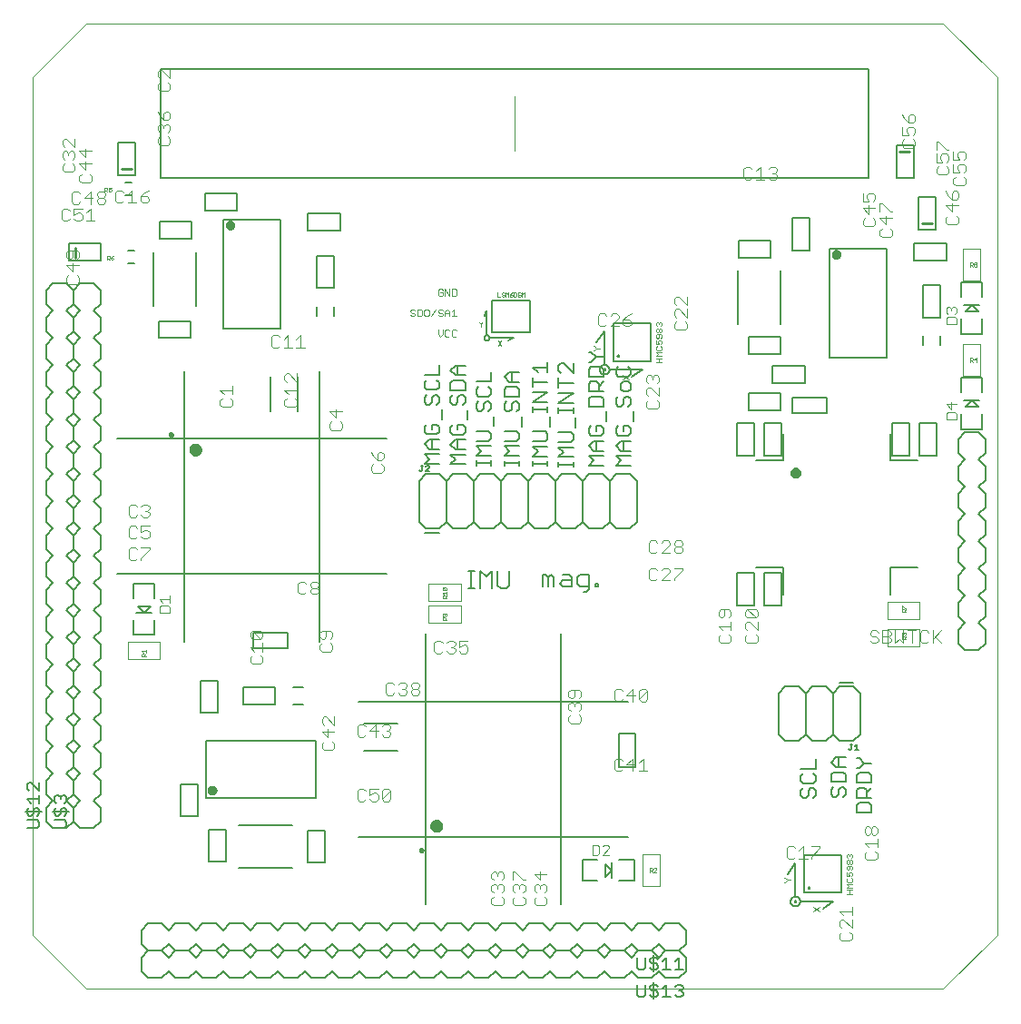
<source format=gto>
G75*
%MOIN*%
%OFA0B0*%
%FSLAX25Y25*%
%IPPOS*%
%LPD*%
%AMOC8*
5,1,8,0,0,1.08239X$1,22.5*
%
%ADD10C,0.00600*%
%ADD11C,0.00500*%
%ADD12C,0.00400*%
%ADD13C,0.00800*%
%ADD14C,0.01000*%
%ADD15C,0.02400*%
%ADD16C,0.00100*%
%ADD17C,0.00000*%
%ADD18C,0.02000*%
%ADD19C,0.01969*%
%ADD20C,0.00300*%
%ADD21C,0.00200*%
%ADD22C,0.00900*%
D10*
X0170498Y0152967D02*
X0172633Y0152967D01*
X0171565Y0152967D02*
X0171565Y0159372D01*
X0170498Y0159372D02*
X0172633Y0159372D01*
X0174795Y0159372D02*
X0176930Y0157237D01*
X0179065Y0159372D01*
X0179065Y0152967D01*
X0181240Y0154034D02*
X0182308Y0152967D01*
X0184443Y0152967D01*
X0185510Y0154034D01*
X0185510Y0159372D01*
X0181240Y0159372D02*
X0181240Y0154034D01*
X0174795Y0152967D02*
X0174795Y0159372D01*
X0197598Y0157937D02*
X0197598Y0153667D01*
X0199733Y0153667D02*
X0199733Y0156869D01*
X0200800Y0157937D01*
X0201868Y0156869D01*
X0201868Y0153667D01*
X0204043Y0154734D02*
X0205111Y0155802D01*
X0208313Y0155802D01*
X0208313Y0156869D02*
X0208313Y0153667D01*
X0205111Y0153667D01*
X0204043Y0154734D01*
X0205111Y0157937D02*
X0207246Y0157937D01*
X0208313Y0156869D01*
X0210489Y0156869D02*
X0210489Y0154734D01*
X0211556Y0153667D01*
X0214759Y0153667D01*
X0214759Y0152599D02*
X0214759Y0157937D01*
X0211556Y0157937D01*
X0210489Y0156869D01*
X0214759Y0152599D02*
X0213691Y0151532D01*
X0212624Y0151532D01*
X0216934Y0153667D02*
X0218002Y0153667D01*
X0218002Y0154734D01*
X0216934Y0154734D01*
X0216934Y0153667D01*
X0199733Y0156869D02*
X0198665Y0157937D01*
X0197598Y0157937D01*
X0047658Y0272275D02*
X0045296Y0272275D01*
X0045296Y0276999D02*
X0047658Y0276999D01*
X0046806Y0297275D02*
X0044444Y0297275D01*
X0044444Y0301999D02*
X0046806Y0301999D01*
D11*
X0047947Y0304711D02*
X0041648Y0304711D01*
X0041648Y0316522D01*
X0047947Y0316522D01*
X0047947Y0304711D01*
X0056931Y0287520D02*
X0056931Y0281221D01*
X0068743Y0281221D01*
X0068743Y0287520D01*
X0056931Y0287520D01*
X0054628Y0276418D02*
X0054628Y0256733D01*
X0056597Y0251103D02*
X0068408Y0251103D01*
X0068408Y0244804D01*
X0056597Y0244804D01*
X0056597Y0251103D01*
X0070376Y0256733D02*
X0070376Y0276418D01*
X0080534Y0288445D02*
X0080534Y0248288D01*
X0101400Y0248288D01*
X0101400Y0288445D01*
X0080534Y0288445D01*
X0085475Y0291556D02*
X0073664Y0291556D01*
X0073664Y0297855D01*
X0085475Y0297855D01*
X0085475Y0291556D01*
X0111557Y0290473D02*
X0111557Y0284174D01*
X0123369Y0284174D01*
X0123369Y0290473D01*
X0111557Y0290473D01*
X0114884Y0274941D02*
X0121183Y0274941D01*
X0121183Y0263130D01*
X0114884Y0263130D01*
X0114884Y0274941D01*
X0114884Y0256398D02*
X0114884Y0252953D01*
X0121183Y0252953D02*
X0121183Y0256398D01*
X0115767Y0232593D02*
X0115767Y0207793D01*
X0140567Y0207793D01*
X0152548Y0196434D02*
X0152865Y0196117D01*
X0153182Y0196117D01*
X0153498Y0196434D01*
X0153498Y0198018D01*
X0153182Y0198018D02*
X0153815Y0198018D01*
X0154338Y0198617D02*
X0156141Y0200420D01*
X0154338Y0202223D01*
X0159748Y0202223D01*
X0159748Y0204054D02*
X0156141Y0204054D01*
X0154338Y0205858D01*
X0156141Y0207661D01*
X0159748Y0207661D01*
X0158846Y0209492D02*
X0155239Y0209492D01*
X0154338Y0210394D01*
X0154338Y0212197D01*
X0155239Y0213099D01*
X0157043Y0213099D02*
X0157043Y0211295D01*
X0157043Y0213099D02*
X0158846Y0213099D01*
X0159748Y0212197D01*
X0159748Y0210394D01*
X0158846Y0209492D01*
X0157043Y0207661D02*
X0157043Y0204054D01*
X0159748Y0198617D02*
X0154338Y0198617D01*
X0155074Y0198018D02*
X0154758Y0197701D01*
X0155074Y0198018D02*
X0155708Y0198018D01*
X0156025Y0197701D01*
X0156025Y0197384D01*
X0154758Y0196117D01*
X0156025Y0196117D01*
X0163838Y0198517D02*
X0165641Y0200320D01*
X0163838Y0202123D01*
X0169248Y0202123D01*
X0169248Y0203954D02*
X0165641Y0203954D01*
X0163838Y0205758D01*
X0165641Y0207561D01*
X0169248Y0207561D01*
X0168346Y0209392D02*
X0164739Y0209392D01*
X0163838Y0210294D01*
X0163838Y0212097D01*
X0164739Y0212999D01*
X0166543Y0212999D02*
X0166543Y0211195D01*
X0166543Y0212999D02*
X0168346Y0212999D01*
X0169248Y0212097D01*
X0169248Y0210294D01*
X0168346Y0209392D01*
X0166543Y0207561D02*
X0166543Y0203954D01*
X0169248Y0198517D02*
X0163838Y0198517D01*
X0173338Y0198918D02*
X0178748Y0198918D01*
X0178748Y0198017D02*
X0178748Y0199820D01*
X0178748Y0201642D02*
X0173338Y0201642D01*
X0175141Y0203445D01*
X0173338Y0205249D01*
X0178748Y0205249D01*
X0177846Y0207080D02*
X0178748Y0207981D01*
X0178748Y0209785D01*
X0177846Y0210686D01*
X0173338Y0210686D01*
X0173338Y0207080D02*
X0177846Y0207080D01*
X0179649Y0212517D02*
X0179649Y0216124D01*
X0177846Y0217955D02*
X0178748Y0218857D01*
X0178748Y0220660D01*
X0177846Y0221562D01*
X0176944Y0221562D01*
X0176043Y0220660D01*
X0176043Y0218857D01*
X0175141Y0217955D01*
X0174239Y0217955D01*
X0173338Y0218857D01*
X0173338Y0220660D01*
X0174239Y0221562D01*
X0174239Y0223393D02*
X0177846Y0223393D01*
X0178748Y0224294D01*
X0178748Y0226098D01*
X0177846Y0226999D01*
X0178748Y0228830D02*
X0178748Y0232437D01*
X0178748Y0228830D02*
X0173338Y0228830D01*
X0174239Y0226999D02*
X0173338Y0226098D01*
X0173338Y0224294D01*
X0174239Y0223393D01*
X0169248Y0222973D02*
X0169248Y0221169D01*
X0168346Y0220267D01*
X0166543Y0221169D02*
X0166543Y0222973D01*
X0167444Y0223874D01*
X0168346Y0223874D01*
X0169248Y0222973D01*
X0169248Y0225705D02*
X0169248Y0228410D01*
X0168346Y0229312D01*
X0164739Y0229312D01*
X0163838Y0228410D01*
X0163838Y0225705D01*
X0169248Y0225705D01*
X0164739Y0223874D02*
X0163838Y0222973D01*
X0163838Y0221169D01*
X0164739Y0220267D01*
X0165641Y0220267D01*
X0166543Y0221169D01*
X0170149Y0218437D02*
X0170149Y0214830D01*
X0160649Y0214930D02*
X0160649Y0218537D01*
X0158846Y0220367D02*
X0159748Y0221269D01*
X0159748Y0223073D01*
X0158846Y0223974D01*
X0157944Y0223974D01*
X0157043Y0223073D01*
X0157043Y0221269D01*
X0156141Y0220367D01*
X0155239Y0220367D01*
X0154338Y0221269D01*
X0154338Y0223073D01*
X0155239Y0223974D01*
X0155239Y0225805D02*
X0158846Y0225805D01*
X0159748Y0226707D01*
X0159748Y0228510D01*
X0158846Y0229412D01*
X0159748Y0231243D02*
X0154338Y0231243D01*
X0155239Y0229412D02*
X0154338Y0228510D01*
X0154338Y0226707D01*
X0155239Y0225805D01*
X0159748Y0231243D02*
X0159748Y0234850D01*
X0163838Y0232946D02*
X0165641Y0234750D01*
X0169248Y0234750D01*
X0166543Y0234750D02*
X0166543Y0231143D01*
X0165641Y0231143D02*
X0163838Y0232946D01*
X0165641Y0231143D02*
X0169248Y0231143D01*
X0176243Y0244961D02*
X0176245Y0245023D01*
X0176251Y0245086D01*
X0176261Y0245147D01*
X0176275Y0245208D01*
X0176292Y0245268D01*
X0176313Y0245327D01*
X0176339Y0245384D01*
X0176367Y0245439D01*
X0176399Y0245493D01*
X0176435Y0245544D01*
X0176473Y0245594D01*
X0176515Y0245640D01*
X0176559Y0245684D01*
X0176607Y0245725D01*
X0176656Y0245763D01*
X0176708Y0245797D01*
X0176762Y0245828D01*
X0176818Y0245856D01*
X0176876Y0245880D01*
X0176935Y0245901D01*
X0176995Y0245917D01*
X0177056Y0245930D01*
X0177118Y0245939D01*
X0177180Y0245944D01*
X0177243Y0245945D01*
X0177305Y0245942D01*
X0177367Y0245935D01*
X0177429Y0245924D01*
X0177489Y0245909D01*
X0177549Y0245891D01*
X0177607Y0245869D01*
X0177664Y0245843D01*
X0177719Y0245813D01*
X0177772Y0245780D01*
X0177823Y0245744D01*
X0177871Y0245705D01*
X0177917Y0245662D01*
X0177960Y0245617D01*
X0178000Y0245569D01*
X0178037Y0245519D01*
X0178071Y0245466D01*
X0178102Y0245412D01*
X0178128Y0245356D01*
X0178152Y0245298D01*
X0178171Y0245238D01*
X0178187Y0245178D01*
X0178199Y0245116D01*
X0178207Y0245055D01*
X0178211Y0244992D01*
X0178211Y0244930D01*
X0178207Y0244867D01*
X0178199Y0244806D01*
X0178187Y0244744D01*
X0178171Y0244684D01*
X0178152Y0244624D01*
X0178128Y0244566D01*
X0178102Y0244510D01*
X0178071Y0244456D01*
X0178037Y0244403D01*
X0178000Y0244353D01*
X0177960Y0244305D01*
X0177917Y0244260D01*
X0177871Y0244217D01*
X0177823Y0244178D01*
X0177772Y0244142D01*
X0177719Y0244109D01*
X0177664Y0244079D01*
X0177607Y0244053D01*
X0177549Y0244031D01*
X0177489Y0244013D01*
X0177429Y0243998D01*
X0177367Y0243987D01*
X0177305Y0243980D01*
X0177243Y0243977D01*
X0177180Y0243978D01*
X0177118Y0243983D01*
X0177056Y0243992D01*
X0176995Y0244005D01*
X0176935Y0244021D01*
X0176876Y0244042D01*
X0176818Y0244066D01*
X0176762Y0244094D01*
X0176708Y0244125D01*
X0176656Y0244159D01*
X0176607Y0244197D01*
X0176559Y0244238D01*
X0176515Y0244282D01*
X0176473Y0244328D01*
X0176435Y0244378D01*
X0176399Y0244429D01*
X0176367Y0244483D01*
X0176339Y0244538D01*
X0176313Y0244595D01*
X0176292Y0244654D01*
X0176275Y0244714D01*
X0176261Y0244775D01*
X0176251Y0244836D01*
X0176245Y0244899D01*
X0176243Y0244961D01*
X0177227Y0245945D02*
X0177227Y0254804D01*
X0176243Y0252835D01*
X0179195Y0246930D02*
X0179195Y0258741D01*
X0192975Y0258741D01*
X0192975Y0246930D01*
X0179195Y0246930D01*
X0178211Y0244961D02*
X0187069Y0244961D01*
X0185101Y0243977D01*
X0185441Y0232337D02*
X0189048Y0232337D01*
X0186343Y0232337D02*
X0186343Y0228730D01*
X0185441Y0228730D02*
X0183638Y0230534D01*
X0185441Y0232337D01*
X0185441Y0228730D02*
X0189048Y0228730D01*
X0188146Y0226899D02*
X0184539Y0226899D01*
X0183638Y0225998D01*
X0183638Y0223293D01*
X0189048Y0223293D01*
X0189048Y0225998D01*
X0188146Y0226899D01*
X0188146Y0221462D02*
X0189048Y0220560D01*
X0189048Y0218757D01*
X0188146Y0217855D01*
X0186343Y0218757D02*
X0186343Y0220560D01*
X0187244Y0221462D01*
X0188146Y0221462D01*
X0186343Y0218757D02*
X0185441Y0217855D01*
X0184539Y0217855D01*
X0183638Y0218757D01*
X0183638Y0220560D01*
X0184539Y0221462D01*
X0189949Y0216024D02*
X0189949Y0212417D01*
X0188146Y0210586D02*
X0183638Y0210586D01*
X0183638Y0206980D02*
X0188146Y0206980D01*
X0189048Y0207881D01*
X0189048Y0209685D01*
X0188146Y0210586D01*
X0189048Y0205149D02*
X0183638Y0205149D01*
X0185441Y0203345D01*
X0183638Y0201542D01*
X0189048Y0201542D01*
X0189048Y0199720D02*
X0189048Y0197917D01*
X0189048Y0198818D02*
X0183638Y0198818D01*
X0183638Y0197917D02*
X0183638Y0199720D01*
X0173338Y0199820D02*
X0173338Y0198017D01*
X0194138Y0197817D02*
X0194138Y0199620D01*
X0194138Y0198718D02*
X0199548Y0198718D01*
X0199548Y0197817D02*
X0199548Y0199620D01*
X0199548Y0201442D02*
X0194138Y0201442D01*
X0195941Y0203245D01*
X0194138Y0205049D01*
X0199548Y0205049D01*
X0198646Y0206880D02*
X0199548Y0207781D01*
X0199548Y0209585D01*
X0198646Y0210486D01*
X0194138Y0210486D01*
X0194138Y0206880D02*
X0198646Y0206880D01*
X0203538Y0206580D02*
X0208046Y0206580D01*
X0208948Y0207481D01*
X0208948Y0209285D01*
X0208046Y0210186D01*
X0203538Y0210186D01*
X0200449Y0212317D02*
X0200449Y0215924D01*
X0199548Y0217755D02*
X0199548Y0219558D01*
X0199548Y0218657D02*
X0194138Y0218657D01*
X0194138Y0219558D02*
X0194138Y0217755D01*
X0194138Y0221380D02*
X0199548Y0224987D01*
X0194138Y0224987D01*
X0194138Y0226818D02*
X0194138Y0230425D01*
X0194138Y0228621D02*
X0199548Y0228621D01*
X0199548Y0232255D02*
X0199548Y0235862D01*
X0199548Y0234059D02*
X0194138Y0234059D01*
X0195941Y0232255D01*
X0203538Y0232857D02*
X0204439Y0231955D01*
X0203538Y0232857D02*
X0203538Y0234661D01*
X0204439Y0235562D01*
X0205341Y0235562D01*
X0208948Y0231955D01*
X0208948Y0235562D01*
X0214638Y0236081D02*
X0215539Y0236081D01*
X0217343Y0237884D01*
X0220048Y0237884D01*
X0220510Y0235426D02*
X0220510Y0247237D01*
X0217557Y0243300D01*
X0215539Y0239687D02*
X0214638Y0239687D01*
X0215539Y0239687D02*
X0217343Y0237884D01*
X0219146Y0234250D02*
X0215539Y0234250D01*
X0214638Y0233348D01*
X0214638Y0230643D01*
X0220048Y0230643D01*
X0220048Y0233348D01*
X0219146Y0234250D01*
X0220232Y0233260D02*
X0220234Y0233293D01*
X0220240Y0233325D01*
X0220249Y0233357D01*
X0220263Y0233387D01*
X0220279Y0233415D01*
X0220299Y0233441D01*
X0220322Y0233465D01*
X0220348Y0233486D01*
X0220376Y0233503D01*
X0220406Y0233518D01*
X0220437Y0233528D01*
X0220469Y0233535D01*
X0220502Y0233538D01*
X0220535Y0233537D01*
X0220567Y0233532D01*
X0220599Y0233523D01*
X0220630Y0233511D01*
X0220658Y0233495D01*
X0220685Y0233476D01*
X0220709Y0233454D01*
X0220731Y0233429D01*
X0220749Y0233401D01*
X0220764Y0233372D01*
X0220776Y0233341D01*
X0220784Y0233309D01*
X0220788Y0233276D01*
X0220788Y0233244D01*
X0220784Y0233211D01*
X0220776Y0233179D01*
X0220764Y0233148D01*
X0220749Y0233119D01*
X0220731Y0233091D01*
X0220709Y0233066D01*
X0220685Y0233044D01*
X0220658Y0233025D01*
X0220630Y0233009D01*
X0220599Y0232997D01*
X0220567Y0232988D01*
X0220535Y0232983D01*
X0220502Y0232982D01*
X0220469Y0232985D01*
X0220437Y0232992D01*
X0220406Y0233002D01*
X0220376Y0233017D01*
X0220348Y0233034D01*
X0220322Y0233055D01*
X0220299Y0233079D01*
X0220279Y0233105D01*
X0220263Y0233133D01*
X0220249Y0233163D01*
X0220240Y0233195D01*
X0220234Y0233227D01*
X0220232Y0233260D01*
X0218727Y0233260D02*
X0218729Y0233344D01*
X0218735Y0233428D01*
X0218745Y0233512D01*
X0218759Y0233595D01*
X0218777Y0233677D01*
X0218798Y0233759D01*
X0218824Y0233839D01*
X0218853Y0233918D01*
X0218886Y0233995D01*
X0218922Y0234071D01*
X0218962Y0234145D01*
X0219006Y0234218D01*
X0219053Y0234287D01*
X0219103Y0234355D01*
X0219156Y0234420D01*
X0219213Y0234483D01*
X0219272Y0234543D01*
X0219334Y0234600D01*
X0219398Y0234654D01*
X0219465Y0234705D01*
X0219535Y0234753D01*
X0219606Y0234797D01*
X0219680Y0234838D01*
X0219755Y0234875D01*
X0219833Y0234909D01*
X0219911Y0234939D01*
X0219991Y0234966D01*
X0220072Y0234988D01*
X0220154Y0235007D01*
X0220237Y0235022D01*
X0220321Y0235033D01*
X0220405Y0235040D01*
X0220489Y0235043D01*
X0220573Y0235042D01*
X0220657Y0235037D01*
X0220741Y0235028D01*
X0220824Y0235015D01*
X0220907Y0234998D01*
X0220988Y0234978D01*
X0221069Y0234953D01*
X0221148Y0234925D01*
X0221226Y0234893D01*
X0221303Y0234857D01*
X0221377Y0234818D01*
X0221450Y0234775D01*
X0221520Y0234729D01*
X0221588Y0234680D01*
X0221654Y0234627D01*
X0221718Y0234572D01*
X0221778Y0234513D01*
X0221836Y0234452D01*
X0221891Y0234388D01*
X0221943Y0234322D01*
X0221991Y0234253D01*
X0222036Y0234182D01*
X0222078Y0234109D01*
X0222116Y0234034D01*
X0222151Y0233957D01*
X0222182Y0233879D01*
X0222210Y0233799D01*
X0222233Y0233718D01*
X0222253Y0233636D01*
X0222269Y0233553D01*
X0222281Y0233470D01*
X0222289Y0233386D01*
X0222293Y0233302D01*
X0222293Y0233218D01*
X0222289Y0233134D01*
X0222281Y0233050D01*
X0222269Y0232967D01*
X0222253Y0232884D01*
X0222233Y0232802D01*
X0222210Y0232721D01*
X0222182Y0232641D01*
X0222151Y0232563D01*
X0222116Y0232486D01*
X0222078Y0232411D01*
X0222036Y0232338D01*
X0221991Y0232267D01*
X0221943Y0232198D01*
X0221891Y0232132D01*
X0221836Y0232068D01*
X0221778Y0232007D01*
X0221718Y0231948D01*
X0221654Y0231893D01*
X0221588Y0231840D01*
X0221520Y0231791D01*
X0221450Y0231745D01*
X0221377Y0231702D01*
X0221303Y0231663D01*
X0221226Y0231627D01*
X0221148Y0231595D01*
X0221069Y0231567D01*
X0220988Y0231542D01*
X0220907Y0231522D01*
X0220824Y0231505D01*
X0220741Y0231492D01*
X0220657Y0231483D01*
X0220573Y0231478D01*
X0220489Y0231477D01*
X0220405Y0231480D01*
X0220321Y0231487D01*
X0220237Y0231498D01*
X0220154Y0231513D01*
X0220072Y0231532D01*
X0219991Y0231554D01*
X0219911Y0231581D01*
X0219833Y0231611D01*
X0219755Y0231645D01*
X0219680Y0231682D01*
X0219606Y0231723D01*
X0219535Y0231767D01*
X0219465Y0231815D01*
X0219398Y0231866D01*
X0219334Y0231920D01*
X0219272Y0231977D01*
X0219213Y0232037D01*
X0219156Y0232100D01*
X0219103Y0232165D01*
X0219053Y0232233D01*
X0219006Y0232302D01*
X0218962Y0232375D01*
X0218922Y0232449D01*
X0218886Y0232525D01*
X0218853Y0232602D01*
X0218824Y0232681D01*
X0218798Y0232761D01*
X0218777Y0232843D01*
X0218759Y0232925D01*
X0218745Y0233008D01*
X0218735Y0233092D01*
X0218729Y0233176D01*
X0218727Y0233260D01*
X0222676Y0233260D02*
X0234487Y0233260D01*
X0230550Y0230701D01*
X0230048Y0231545D02*
X0230048Y0233348D01*
X0229146Y0234250D01*
X0230048Y0231545D02*
X0229146Y0230643D01*
X0225539Y0230643D01*
X0224638Y0231545D01*
X0224638Y0233348D01*
X0225539Y0234250D01*
X0223660Y0236410D02*
X0237439Y0236410D01*
X0237439Y0250189D01*
X0223660Y0250189D01*
X0223660Y0236410D01*
X0225219Y0238280D02*
X0225221Y0238315D01*
X0225227Y0238349D01*
X0225236Y0238383D01*
X0225250Y0238415D01*
X0225267Y0238445D01*
X0225287Y0238474D01*
X0225310Y0238500D01*
X0225336Y0238523D01*
X0225365Y0238543D01*
X0225395Y0238560D01*
X0225427Y0238574D01*
X0225461Y0238583D01*
X0225495Y0238589D01*
X0225530Y0238591D01*
X0225565Y0238589D01*
X0225599Y0238583D01*
X0225633Y0238574D01*
X0225665Y0238560D01*
X0225695Y0238543D01*
X0225724Y0238523D01*
X0225750Y0238500D01*
X0225773Y0238474D01*
X0225793Y0238445D01*
X0225810Y0238415D01*
X0225824Y0238383D01*
X0225833Y0238349D01*
X0225839Y0238315D01*
X0225841Y0238280D01*
X0225839Y0238245D01*
X0225833Y0238211D01*
X0225824Y0238177D01*
X0225810Y0238145D01*
X0225793Y0238115D01*
X0225773Y0238086D01*
X0225750Y0238060D01*
X0225724Y0238037D01*
X0225695Y0238017D01*
X0225665Y0238000D01*
X0225633Y0237986D01*
X0225599Y0237977D01*
X0225565Y0237971D01*
X0225530Y0237969D01*
X0225495Y0237971D01*
X0225461Y0237977D01*
X0225427Y0237986D01*
X0225395Y0238000D01*
X0225365Y0238017D01*
X0225336Y0238037D01*
X0225310Y0238060D01*
X0225287Y0238086D01*
X0225267Y0238115D01*
X0225250Y0238145D01*
X0225236Y0238177D01*
X0225227Y0238211D01*
X0225221Y0238245D01*
X0225219Y0238280D01*
X0227343Y0228812D02*
X0226441Y0227910D01*
X0226441Y0226107D01*
X0227343Y0225205D01*
X0229146Y0225205D01*
X0230048Y0226107D01*
X0230048Y0227910D01*
X0229146Y0228812D01*
X0227343Y0228812D01*
X0228244Y0223374D02*
X0229146Y0223374D01*
X0230048Y0222473D01*
X0230048Y0220669D01*
X0229146Y0219767D01*
X0227343Y0220669D02*
X0227343Y0222473D01*
X0228244Y0223374D01*
X0225539Y0223374D02*
X0224638Y0222473D01*
X0224638Y0220669D01*
X0225539Y0219767D01*
X0226441Y0219767D01*
X0227343Y0220669D01*
X0230949Y0217937D02*
X0230949Y0214330D01*
X0229146Y0212499D02*
X0227343Y0212499D01*
X0227343Y0210695D01*
X0229146Y0208892D02*
X0225539Y0208892D01*
X0224638Y0209794D01*
X0224638Y0211597D01*
X0225539Y0212499D01*
X0229146Y0212499D02*
X0230048Y0211597D01*
X0230048Y0209794D01*
X0229146Y0208892D01*
X0230048Y0207061D02*
X0226441Y0207061D01*
X0224638Y0205258D01*
X0226441Y0203454D01*
X0230048Y0203454D01*
X0230048Y0201623D02*
X0224638Y0201623D01*
X0226441Y0199820D01*
X0224638Y0198017D01*
X0230048Y0198017D01*
X0227343Y0203454D02*
X0227343Y0207061D01*
X0220048Y0207061D02*
X0216441Y0207061D01*
X0214638Y0205258D01*
X0216441Y0203454D01*
X0220048Y0203454D01*
X0220048Y0201623D02*
X0214638Y0201623D01*
X0216441Y0199820D01*
X0214638Y0198017D01*
X0220048Y0198017D01*
X0217343Y0203454D02*
X0217343Y0207061D01*
X0219146Y0208892D02*
X0215539Y0208892D01*
X0214638Y0209794D01*
X0214638Y0211597D01*
X0215539Y0212499D01*
X0217343Y0212499D02*
X0217343Y0210695D01*
X0217343Y0212499D02*
X0219146Y0212499D01*
X0220048Y0211597D01*
X0220048Y0209794D01*
X0219146Y0208892D01*
X0220949Y0214330D02*
X0220949Y0217937D01*
X0220048Y0219767D02*
X0220048Y0222473D01*
X0219146Y0223374D01*
X0215539Y0223374D01*
X0214638Y0222473D01*
X0214638Y0219767D01*
X0220048Y0219767D01*
X0220048Y0225205D02*
X0214638Y0225205D01*
X0214638Y0227910D01*
X0215539Y0228812D01*
X0217343Y0228812D01*
X0218244Y0227910D01*
X0218244Y0225205D01*
X0218244Y0227009D02*
X0220048Y0228812D01*
X0208948Y0228321D02*
X0203538Y0228321D01*
X0203538Y0226518D02*
X0203538Y0230125D01*
X0203538Y0224687D02*
X0208948Y0224687D01*
X0203538Y0221080D01*
X0208948Y0221080D01*
X0208948Y0219258D02*
X0208948Y0217455D01*
X0208948Y0218357D02*
X0203538Y0218357D01*
X0203538Y0219258D02*
X0203538Y0217455D01*
X0199548Y0221380D02*
X0194138Y0221380D01*
X0209849Y0215624D02*
X0209849Y0212017D01*
X0208948Y0204749D02*
X0203538Y0204749D01*
X0205341Y0202945D01*
X0203538Y0201142D01*
X0208948Y0201142D01*
X0208948Y0199320D02*
X0208948Y0197517D01*
X0208948Y0198418D02*
X0203538Y0198418D01*
X0203538Y0197517D02*
X0203538Y0199320D01*
X0204350Y0136136D02*
X0204350Y0111336D01*
X0229150Y0111336D01*
X0231715Y0099725D02*
X0225809Y0099725D01*
X0225809Y0087127D01*
X0231715Y0087127D01*
X0231715Y0099725D01*
X0229150Y0061736D02*
X0204350Y0061736D01*
X0204350Y0036936D01*
X0232432Y0017420D02*
X0232432Y0013667D01*
X0233183Y0012917D01*
X0234684Y0012917D01*
X0235434Y0013667D01*
X0235434Y0017420D01*
X0237036Y0016670D02*
X0237786Y0017420D01*
X0239288Y0017420D01*
X0240038Y0016670D01*
X0239288Y0015169D02*
X0237786Y0015169D01*
X0237036Y0015919D01*
X0237036Y0016670D01*
X0238537Y0018171D02*
X0238537Y0012166D01*
X0237786Y0012917D02*
X0239288Y0012917D01*
X0240038Y0013667D01*
X0240038Y0014418D01*
X0239288Y0015169D01*
X0241640Y0015919D02*
X0243141Y0017420D01*
X0243141Y0012917D01*
X0241640Y0012917D02*
X0244642Y0012917D01*
X0246244Y0012917D02*
X0249246Y0012917D01*
X0247745Y0012917D02*
X0247745Y0017420D01*
X0246244Y0015919D01*
X0246994Y0007420D02*
X0248496Y0007420D01*
X0249246Y0006670D01*
X0249246Y0005919D01*
X0248496Y0005169D01*
X0249246Y0004418D01*
X0249246Y0003667D01*
X0248496Y0002917D01*
X0246994Y0002917D01*
X0246244Y0003667D01*
X0244642Y0002917D02*
X0241640Y0002917D01*
X0243141Y0002917D02*
X0243141Y0007420D01*
X0241640Y0005919D01*
X0240038Y0006670D02*
X0239288Y0007420D01*
X0237786Y0007420D01*
X0237036Y0006670D01*
X0237036Y0005919D01*
X0237786Y0005169D01*
X0239288Y0005169D01*
X0240038Y0004418D01*
X0240038Y0003667D01*
X0239288Y0002917D01*
X0237786Y0002917D01*
X0237036Y0003667D01*
X0235434Y0003667D02*
X0235434Y0007420D01*
X0232432Y0007420D02*
X0232432Y0003667D01*
X0233183Y0002917D01*
X0234684Y0002917D01*
X0235434Y0003667D01*
X0238537Y0002166D02*
X0238537Y0008171D01*
X0237786Y0012917D02*
X0237036Y0013667D01*
X0246244Y0006670D02*
X0246994Y0007420D01*
X0247745Y0005169D02*
X0248496Y0005169D01*
X0290279Y0038001D02*
X0290281Y0038034D01*
X0290287Y0038066D01*
X0290296Y0038098D01*
X0290310Y0038128D01*
X0290326Y0038156D01*
X0290346Y0038182D01*
X0290369Y0038206D01*
X0290395Y0038227D01*
X0290423Y0038244D01*
X0290453Y0038259D01*
X0290484Y0038269D01*
X0290516Y0038276D01*
X0290549Y0038279D01*
X0290582Y0038278D01*
X0290614Y0038273D01*
X0290646Y0038264D01*
X0290677Y0038252D01*
X0290705Y0038236D01*
X0290732Y0038217D01*
X0290756Y0038195D01*
X0290778Y0038170D01*
X0290796Y0038142D01*
X0290811Y0038113D01*
X0290823Y0038082D01*
X0290831Y0038050D01*
X0290835Y0038017D01*
X0290835Y0037985D01*
X0290831Y0037952D01*
X0290823Y0037920D01*
X0290811Y0037889D01*
X0290796Y0037860D01*
X0290778Y0037832D01*
X0290756Y0037807D01*
X0290732Y0037785D01*
X0290705Y0037766D01*
X0290677Y0037750D01*
X0290646Y0037738D01*
X0290614Y0037729D01*
X0290582Y0037724D01*
X0290549Y0037723D01*
X0290516Y0037726D01*
X0290484Y0037733D01*
X0290453Y0037743D01*
X0290423Y0037758D01*
X0290395Y0037775D01*
X0290369Y0037796D01*
X0290346Y0037820D01*
X0290326Y0037846D01*
X0290310Y0037874D01*
X0290296Y0037904D01*
X0290287Y0037936D01*
X0290281Y0037968D01*
X0290279Y0038001D01*
X0288774Y0038001D02*
X0288776Y0038085D01*
X0288782Y0038169D01*
X0288792Y0038253D01*
X0288806Y0038336D01*
X0288824Y0038418D01*
X0288845Y0038500D01*
X0288871Y0038580D01*
X0288900Y0038659D01*
X0288933Y0038736D01*
X0288969Y0038812D01*
X0289009Y0038886D01*
X0289053Y0038959D01*
X0289100Y0039028D01*
X0289150Y0039096D01*
X0289203Y0039161D01*
X0289260Y0039224D01*
X0289319Y0039284D01*
X0289381Y0039341D01*
X0289445Y0039395D01*
X0289512Y0039446D01*
X0289582Y0039494D01*
X0289653Y0039538D01*
X0289727Y0039579D01*
X0289802Y0039616D01*
X0289880Y0039650D01*
X0289958Y0039680D01*
X0290038Y0039707D01*
X0290119Y0039729D01*
X0290201Y0039748D01*
X0290284Y0039763D01*
X0290368Y0039774D01*
X0290452Y0039781D01*
X0290536Y0039784D01*
X0290620Y0039783D01*
X0290704Y0039778D01*
X0290788Y0039769D01*
X0290871Y0039756D01*
X0290954Y0039739D01*
X0291035Y0039719D01*
X0291116Y0039694D01*
X0291195Y0039666D01*
X0291273Y0039634D01*
X0291350Y0039598D01*
X0291424Y0039559D01*
X0291497Y0039516D01*
X0291567Y0039470D01*
X0291635Y0039421D01*
X0291701Y0039368D01*
X0291765Y0039313D01*
X0291825Y0039254D01*
X0291883Y0039193D01*
X0291938Y0039129D01*
X0291990Y0039063D01*
X0292038Y0038994D01*
X0292083Y0038923D01*
X0292125Y0038850D01*
X0292163Y0038775D01*
X0292198Y0038698D01*
X0292229Y0038620D01*
X0292257Y0038540D01*
X0292280Y0038459D01*
X0292300Y0038377D01*
X0292316Y0038294D01*
X0292328Y0038211D01*
X0292336Y0038127D01*
X0292340Y0038043D01*
X0292340Y0037959D01*
X0292336Y0037875D01*
X0292328Y0037791D01*
X0292316Y0037708D01*
X0292300Y0037625D01*
X0292280Y0037543D01*
X0292257Y0037462D01*
X0292229Y0037382D01*
X0292198Y0037304D01*
X0292163Y0037227D01*
X0292125Y0037152D01*
X0292083Y0037079D01*
X0292038Y0037008D01*
X0291990Y0036939D01*
X0291938Y0036873D01*
X0291883Y0036809D01*
X0291825Y0036748D01*
X0291765Y0036689D01*
X0291701Y0036634D01*
X0291635Y0036581D01*
X0291567Y0036532D01*
X0291497Y0036486D01*
X0291424Y0036443D01*
X0291350Y0036404D01*
X0291273Y0036368D01*
X0291195Y0036336D01*
X0291116Y0036308D01*
X0291035Y0036283D01*
X0290954Y0036263D01*
X0290871Y0036246D01*
X0290788Y0036233D01*
X0290704Y0036224D01*
X0290620Y0036219D01*
X0290536Y0036218D01*
X0290452Y0036221D01*
X0290368Y0036228D01*
X0290284Y0036239D01*
X0290201Y0036254D01*
X0290119Y0036273D01*
X0290038Y0036295D01*
X0289958Y0036322D01*
X0289880Y0036352D01*
X0289802Y0036386D01*
X0289727Y0036423D01*
X0289653Y0036464D01*
X0289582Y0036508D01*
X0289512Y0036556D01*
X0289445Y0036607D01*
X0289381Y0036661D01*
X0289319Y0036718D01*
X0289260Y0036778D01*
X0289203Y0036841D01*
X0289150Y0036906D01*
X0289100Y0036974D01*
X0289053Y0037043D01*
X0289009Y0037116D01*
X0288969Y0037190D01*
X0288933Y0037266D01*
X0288900Y0037343D01*
X0288871Y0037422D01*
X0288845Y0037502D01*
X0288824Y0037584D01*
X0288806Y0037666D01*
X0288792Y0037749D01*
X0288782Y0037833D01*
X0288776Y0037917D01*
X0288774Y0038001D01*
X0290557Y0040166D02*
X0290557Y0051977D01*
X0287605Y0048040D01*
X0293707Y0041150D02*
X0293707Y0054930D01*
X0307487Y0054930D01*
X0307487Y0041150D01*
X0293707Y0041150D01*
X0295266Y0043020D02*
X0295268Y0043055D01*
X0295274Y0043089D01*
X0295283Y0043123D01*
X0295297Y0043155D01*
X0295314Y0043185D01*
X0295334Y0043214D01*
X0295357Y0043240D01*
X0295383Y0043263D01*
X0295412Y0043283D01*
X0295442Y0043300D01*
X0295474Y0043314D01*
X0295508Y0043323D01*
X0295542Y0043329D01*
X0295577Y0043331D01*
X0295612Y0043329D01*
X0295646Y0043323D01*
X0295680Y0043314D01*
X0295712Y0043300D01*
X0295742Y0043283D01*
X0295771Y0043263D01*
X0295797Y0043240D01*
X0295820Y0043214D01*
X0295840Y0043185D01*
X0295857Y0043155D01*
X0295871Y0043123D01*
X0295880Y0043089D01*
X0295886Y0043055D01*
X0295888Y0043020D01*
X0295886Y0042985D01*
X0295880Y0042951D01*
X0295871Y0042917D01*
X0295857Y0042885D01*
X0295840Y0042855D01*
X0295820Y0042826D01*
X0295797Y0042800D01*
X0295771Y0042777D01*
X0295742Y0042757D01*
X0295712Y0042740D01*
X0295680Y0042726D01*
X0295646Y0042717D01*
X0295612Y0042711D01*
X0295577Y0042709D01*
X0295542Y0042711D01*
X0295508Y0042717D01*
X0295474Y0042726D01*
X0295442Y0042740D01*
X0295412Y0042757D01*
X0295383Y0042777D01*
X0295357Y0042800D01*
X0295334Y0042826D01*
X0295314Y0042855D01*
X0295297Y0042885D01*
X0295283Y0042917D01*
X0295274Y0042951D01*
X0295268Y0042985D01*
X0295266Y0043020D01*
X0292723Y0038001D02*
X0304534Y0038001D01*
X0300597Y0035441D01*
X0313043Y0070666D02*
X0313043Y0073371D01*
X0313945Y0074273D01*
X0317551Y0074273D01*
X0318453Y0073371D01*
X0318453Y0070666D01*
X0313043Y0070666D01*
X0313043Y0076103D02*
X0313043Y0078809D01*
X0313945Y0079710D01*
X0315748Y0079710D01*
X0316650Y0078809D01*
X0316650Y0076103D01*
X0318453Y0076103D02*
X0313043Y0076103D01*
X0316650Y0077907D02*
X0318453Y0079710D01*
X0318453Y0081541D02*
X0318453Y0084246D01*
X0317551Y0085148D01*
X0313945Y0085148D01*
X0313043Y0084246D01*
X0313043Y0081541D01*
X0318453Y0081541D01*
X0313945Y0086979D02*
X0313043Y0086979D01*
X0313945Y0086979D02*
X0315748Y0088782D01*
X0318453Y0088782D01*
X0315748Y0088782D02*
X0313945Y0090586D01*
X0313043Y0090586D01*
X0312972Y0093717D02*
X0312972Y0095618D01*
X0312338Y0094984D01*
X0311396Y0095618D02*
X0310762Y0095618D01*
X0311079Y0095618D02*
X0311079Y0094034D01*
X0310762Y0093717D01*
X0310445Y0093717D01*
X0310128Y0094034D01*
X0312338Y0093717D02*
X0313605Y0093717D01*
X0309053Y0090886D02*
X0305446Y0090886D01*
X0303643Y0089082D01*
X0305446Y0087279D01*
X0309053Y0087279D01*
X0308151Y0085448D02*
X0304545Y0085448D01*
X0303643Y0084546D01*
X0303643Y0081841D01*
X0309053Y0081841D01*
X0309053Y0084546D01*
X0308151Y0085448D01*
X0306348Y0087279D02*
X0306348Y0090886D01*
X0297953Y0090386D02*
X0297953Y0086779D01*
X0292543Y0086779D01*
X0293445Y0084948D02*
X0292543Y0084046D01*
X0292543Y0082243D01*
X0293445Y0081341D01*
X0297051Y0081341D01*
X0297953Y0082243D01*
X0297953Y0084046D01*
X0297051Y0084948D01*
X0297051Y0079510D02*
X0297953Y0078609D01*
X0297953Y0076805D01*
X0297051Y0075904D01*
X0295248Y0076805D02*
X0295248Y0078609D01*
X0296150Y0079510D01*
X0297051Y0079510D01*
X0295248Y0076805D02*
X0294346Y0075904D01*
X0293445Y0075904D01*
X0292543Y0076805D01*
X0292543Y0078609D01*
X0293445Y0079510D01*
X0303643Y0079109D02*
X0303643Y0077305D01*
X0304545Y0076404D01*
X0305446Y0076404D01*
X0306348Y0077305D01*
X0306348Y0079109D01*
X0307250Y0080010D01*
X0308151Y0080010D01*
X0309053Y0079109D01*
X0309053Y0077305D01*
X0308151Y0076404D01*
X0304545Y0080010D02*
X0303643Y0079109D01*
X0285250Y0146760D02*
X0278951Y0146760D01*
X0278951Y0158571D01*
X0285250Y0158571D01*
X0285250Y0146760D01*
X0286038Y0150618D02*
X0286038Y0160460D01*
X0276195Y0160460D01*
X0275408Y0158571D02*
X0269109Y0158571D01*
X0269109Y0146760D01*
X0275408Y0146760D01*
X0275408Y0158571D01*
X0276195Y0199830D02*
X0286038Y0199830D01*
X0286038Y0209673D01*
X0285250Y0213531D02*
X0285250Y0201720D01*
X0278951Y0201720D01*
X0278951Y0213531D01*
X0285250Y0213531D01*
X0285132Y0218334D02*
X0285132Y0224634D01*
X0273321Y0224634D01*
X0273321Y0218334D01*
X0285132Y0218334D01*
X0289424Y0217193D02*
X0289424Y0223098D01*
X0302022Y0223098D01*
X0302022Y0217193D01*
X0289424Y0217193D01*
X0293991Y0228177D02*
X0282180Y0228177D01*
X0282180Y0234476D01*
X0293991Y0234476D01*
X0293991Y0228177D01*
X0303164Y0237567D02*
X0303164Y0277724D01*
X0324030Y0277724D01*
X0324030Y0237567D01*
X0303164Y0237567D01*
X0285132Y0239004D02*
X0285132Y0245303D01*
X0273321Y0245303D01*
X0273321Y0239004D01*
X0285132Y0239004D01*
X0285132Y0249949D02*
X0285132Y0269634D01*
X0281530Y0274437D02*
X0269719Y0274437D01*
X0269719Y0280736D01*
X0281530Y0280736D01*
X0281530Y0274437D01*
X0289286Y0277015D02*
X0295585Y0277015D01*
X0295585Y0288827D01*
X0289286Y0288827D01*
X0289286Y0277015D01*
X0269384Y0269634D02*
X0269384Y0249949D01*
X0269109Y0213531D02*
X0275408Y0213531D01*
X0275408Y0201720D01*
X0269109Y0201720D01*
X0269109Y0213531D01*
X0325408Y0209673D02*
X0325408Y0199830D01*
X0335250Y0199830D01*
X0336038Y0201720D02*
X0342337Y0201720D01*
X0342337Y0213531D01*
X0336038Y0213531D01*
X0336038Y0201720D01*
X0332494Y0201720D02*
X0326195Y0201720D01*
X0326195Y0213531D01*
X0332494Y0213531D01*
X0332494Y0201720D01*
X0337514Y0242232D02*
X0337514Y0245677D01*
X0337514Y0252409D02*
X0343813Y0252409D01*
X0343813Y0264220D01*
X0337514Y0264220D01*
X0337514Y0252409D01*
X0343813Y0245677D02*
X0343813Y0242232D01*
X0345998Y0273452D02*
X0334187Y0273452D01*
X0334187Y0279752D01*
X0345998Y0279752D01*
X0345998Y0273452D01*
X0341947Y0284711D02*
X0335648Y0284711D01*
X0335648Y0296522D01*
X0341947Y0296522D01*
X0341947Y0284711D01*
X0333947Y0303711D02*
X0327648Y0303711D01*
X0327648Y0315522D01*
X0333947Y0315522D01*
X0333947Y0303711D01*
X0335250Y0160460D02*
X0325408Y0160460D01*
X0325408Y0150618D01*
X0154750Y0136136D02*
X0154750Y0111336D01*
X0129950Y0111336D01*
X0131912Y0103268D02*
X0144510Y0103268D01*
X0144510Y0093426D02*
X0131912Y0093426D01*
X0114254Y0096969D02*
X0114254Y0076103D01*
X0074097Y0076103D01*
X0074097Y0096969D01*
X0114254Y0096969D01*
X0109589Y0110453D02*
X0106144Y0110453D01*
X0106144Y0116752D02*
X0109589Y0116752D01*
X0099412Y0116752D02*
X0099412Y0110453D01*
X0087601Y0110453D01*
X0087601Y0116752D01*
X0099412Y0116752D01*
X0104156Y0130827D02*
X0091557Y0130827D01*
X0091557Y0136733D01*
X0104156Y0136733D01*
X0104156Y0130827D01*
X0115767Y0133393D02*
X0115767Y0158193D01*
X0140567Y0158193D01*
X0107699Y0218032D02*
X0107699Y0230630D01*
X0097857Y0230630D02*
X0097857Y0218032D01*
X0066167Y0207793D02*
X0066167Y0232593D01*
X0066167Y0207793D02*
X0041367Y0207793D01*
X0041367Y0158193D02*
X0066167Y0158193D01*
X0066167Y0133393D01*
X0072069Y0118938D02*
X0078369Y0118938D01*
X0078369Y0107127D01*
X0072069Y0107127D01*
X0072069Y0118938D01*
X0070987Y0081044D02*
X0064687Y0081044D01*
X0064687Y0069233D01*
X0070987Y0069233D01*
X0070987Y0081044D01*
X0075022Y0064312D02*
X0081321Y0064312D01*
X0081321Y0052501D01*
X0075022Y0052501D01*
X0075022Y0064312D01*
X0086124Y0065945D02*
X0105809Y0065945D01*
X0111439Y0063977D02*
X0117739Y0063977D01*
X0117739Y0052166D01*
X0111439Y0052166D01*
X0111439Y0063977D01*
X0105809Y0050197D02*
X0086124Y0050197D01*
X0129950Y0061736D02*
X0154750Y0061736D01*
X0154750Y0036936D01*
X0022848Y0065567D02*
X0022848Y0067069D01*
X0022097Y0067819D01*
X0018344Y0067819D01*
X0019094Y0069421D02*
X0018344Y0070171D01*
X0018344Y0071673D01*
X0019094Y0072423D01*
X0019094Y0074025D02*
X0018344Y0074775D01*
X0018344Y0076276D01*
X0019094Y0077027D01*
X0019845Y0077027D01*
X0020596Y0076276D01*
X0021346Y0077027D01*
X0022097Y0077027D01*
X0022848Y0076276D01*
X0022848Y0074775D01*
X0022097Y0074025D01*
X0022097Y0072423D02*
X0021346Y0072423D01*
X0020596Y0071673D01*
X0020596Y0070171D01*
X0019845Y0069421D01*
X0019094Y0069421D01*
X0017593Y0070922D02*
X0023598Y0070922D01*
X0022848Y0071673D02*
X0022097Y0072423D01*
X0022848Y0071673D02*
X0022848Y0070171D01*
X0022097Y0069421D01*
X0022848Y0065567D02*
X0022097Y0064817D01*
X0018344Y0064817D01*
X0012848Y0065567D02*
X0012848Y0067069D01*
X0012097Y0067819D01*
X0008344Y0067819D01*
X0009094Y0069421D02*
X0008344Y0070171D01*
X0008344Y0071673D01*
X0009094Y0072423D01*
X0010596Y0071673D02*
X0010596Y0070171D01*
X0009845Y0069421D01*
X0009094Y0069421D01*
X0007593Y0070922D02*
X0013598Y0070922D01*
X0012848Y0071673D02*
X0012097Y0072423D01*
X0011346Y0072423D01*
X0010596Y0071673D01*
X0012848Y0071673D02*
X0012848Y0070171D01*
X0012097Y0069421D01*
X0012848Y0065567D02*
X0012097Y0064817D01*
X0008344Y0064817D01*
X0009845Y0074025D02*
X0008344Y0075526D01*
X0012848Y0075526D01*
X0012848Y0074025D02*
X0012848Y0077027D01*
X0012848Y0078628D02*
X0009845Y0081631D01*
X0009094Y0081631D01*
X0008344Y0080880D01*
X0008344Y0079379D01*
X0009094Y0078628D01*
X0012848Y0078628D02*
X0012848Y0081631D01*
X0020596Y0076276D02*
X0020596Y0075526D01*
X0023642Y0273217D02*
X0023642Y0279516D01*
X0035453Y0279516D01*
X0035453Y0273217D01*
X0023642Y0273217D01*
D12*
X0023511Y0273963D02*
X0024278Y0273963D01*
X0025046Y0274730D01*
X0025046Y0277032D01*
X0026580Y0277032D02*
X0023511Y0277032D01*
X0022744Y0276265D01*
X0022744Y0274730D01*
X0023511Y0273963D01*
X0025046Y0272428D02*
X0025046Y0269359D01*
X0022744Y0271661D01*
X0027348Y0271661D01*
X0026580Y0273963D02*
X0027348Y0274730D01*
X0027348Y0276265D01*
X0026580Y0277032D01*
X0026580Y0267824D02*
X0027348Y0267057D01*
X0027348Y0265522D01*
X0026580Y0264755D01*
X0023511Y0264755D01*
X0022744Y0265522D01*
X0022744Y0267057D01*
X0023511Y0267824D01*
X0023238Y0287817D02*
X0021703Y0287817D01*
X0020936Y0288584D01*
X0020936Y0291653D01*
X0021703Y0292421D01*
X0023238Y0292421D01*
X0024005Y0291653D01*
X0025540Y0292421D02*
X0025540Y0290119D01*
X0027074Y0290886D01*
X0027842Y0290886D01*
X0028609Y0290119D01*
X0028609Y0288584D01*
X0027842Y0287817D01*
X0026307Y0287817D01*
X0025540Y0288584D01*
X0024005Y0288584D02*
X0023238Y0287817D01*
X0025540Y0292421D02*
X0028609Y0292421D01*
X0030144Y0290886D02*
X0031678Y0292421D01*
X0031678Y0287817D01*
X0030144Y0287817D02*
X0033213Y0287817D01*
X0034723Y0294067D02*
X0033955Y0294834D01*
X0033955Y0295601D01*
X0034723Y0296369D01*
X0036257Y0296369D01*
X0037025Y0295601D01*
X0037025Y0294834D01*
X0036257Y0294067D01*
X0034723Y0294067D01*
X0034723Y0296369D02*
X0033955Y0297136D01*
X0033955Y0297903D01*
X0034723Y0298671D01*
X0036257Y0298671D01*
X0037025Y0297903D01*
X0037025Y0297136D01*
X0036257Y0296369D01*
X0032421Y0296369D02*
X0029352Y0296369D01*
X0031654Y0298671D01*
X0031654Y0294067D01*
X0027817Y0294834D02*
X0027050Y0294067D01*
X0025515Y0294067D01*
X0024748Y0294834D01*
X0024748Y0297903D01*
X0025515Y0298671D01*
X0027050Y0298671D01*
X0027817Y0297903D01*
X0028261Y0302005D02*
X0031330Y0302005D01*
X0032098Y0302772D01*
X0032098Y0304307D01*
X0031330Y0305074D01*
X0029796Y0306609D02*
X0029796Y0309678D01*
X0029796Y0311213D02*
X0029796Y0314282D01*
X0032098Y0313515D02*
X0027494Y0313515D01*
X0029796Y0311213D01*
X0032098Y0308911D02*
X0027494Y0308911D01*
X0029796Y0306609D01*
X0028261Y0305074D02*
X0027494Y0304307D01*
X0027494Y0302772D01*
X0028261Y0302005D01*
X0025080Y0305817D02*
X0025848Y0306584D01*
X0025848Y0308119D01*
X0025080Y0308886D01*
X0025080Y0310421D02*
X0025848Y0311188D01*
X0025848Y0312723D01*
X0025080Y0313490D01*
X0024313Y0313490D01*
X0023546Y0312723D01*
X0023546Y0311955D01*
X0023546Y0312723D02*
X0022778Y0313490D01*
X0022011Y0313490D01*
X0021244Y0312723D01*
X0021244Y0311188D01*
X0022011Y0310421D01*
X0022011Y0308886D02*
X0021244Y0308119D01*
X0021244Y0306584D01*
X0022011Y0305817D01*
X0025080Y0305817D01*
X0025848Y0315025D02*
X0022778Y0318094D01*
X0022011Y0318094D01*
X0021244Y0317326D01*
X0021244Y0315792D01*
X0022011Y0315025D01*
X0025848Y0315025D02*
X0025848Y0318094D01*
X0041507Y0299123D02*
X0040740Y0298355D01*
X0040740Y0295286D01*
X0041507Y0294519D01*
X0043042Y0294519D01*
X0043809Y0295286D01*
X0045344Y0294519D02*
X0048413Y0294519D01*
X0046879Y0294519D02*
X0046879Y0299123D01*
X0045344Y0297588D01*
X0043809Y0298355D02*
X0043042Y0299123D01*
X0041507Y0299123D01*
X0049948Y0296821D02*
X0052250Y0296821D01*
X0053017Y0296053D01*
X0053017Y0295286D01*
X0052250Y0294519D01*
X0050715Y0294519D01*
X0049948Y0295286D01*
X0049948Y0296821D01*
X0051483Y0298355D01*
X0053017Y0299123D01*
X0057011Y0315755D02*
X0060080Y0315755D01*
X0060848Y0316522D01*
X0060848Y0318057D01*
X0060080Y0318824D01*
X0060080Y0320359D02*
X0060848Y0321126D01*
X0060848Y0322661D01*
X0060080Y0323428D01*
X0059313Y0323428D01*
X0058546Y0322661D01*
X0058546Y0321893D01*
X0058546Y0322661D02*
X0057778Y0323428D01*
X0057011Y0323428D01*
X0056244Y0322661D01*
X0056244Y0321126D01*
X0057011Y0320359D01*
X0057011Y0318824D02*
X0056244Y0318057D01*
X0056244Y0316522D01*
X0057011Y0315755D01*
X0058546Y0324963D02*
X0058546Y0327265D01*
X0059313Y0328032D01*
X0060080Y0328032D01*
X0060848Y0327265D01*
X0060848Y0325730D01*
X0060080Y0324963D01*
X0058546Y0324963D01*
X0057011Y0326497D01*
X0056244Y0328032D01*
X0057061Y0335559D02*
X0060130Y0335559D01*
X0060898Y0336326D01*
X0060898Y0337861D01*
X0060130Y0338628D01*
X0060898Y0340163D02*
X0057828Y0343232D01*
X0057061Y0343232D01*
X0056294Y0342465D01*
X0056294Y0340930D01*
X0057061Y0340163D01*
X0057061Y0338628D02*
X0056294Y0337861D01*
X0056294Y0336326D01*
X0057061Y0335559D01*
X0060898Y0340163D02*
X0060898Y0343232D01*
X0098745Y0245946D02*
X0097978Y0245179D01*
X0097978Y0242110D01*
X0098745Y0241342D01*
X0100280Y0241342D01*
X0101047Y0242110D01*
X0102582Y0241342D02*
X0105651Y0241342D01*
X0104117Y0241342D02*
X0104117Y0245946D01*
X0102582Y0244412D01*
X0101047Y0245179D02*
X0100280Y0245946D01*
X0098745Y0245946D01*
X0107186Y0244412D02*
X0108720Y0245946D01*
X0108720Y0241342D01*
X0107186Y0241342D02*
X0110255Y0241342D01*
X0107420Y0231808D02*
X0107420Y0228739D01*
X0104351Y0231808D01*
X0103584Y0231808D01*
X0102817Y0231041D01*
X0102817Y0229506D01*
X0103584Y0228739D01*
X0102817Y0225670D02*
X0107420Y0225670D01*
X0107420Y0227204D02*
X0107420Y0224135D01*
X0106653Y0222601D02*
X0107420Y0221833D01*
X0107420Y0220299D01*
X0106653Y0219531D01*
X0103584Y0219531D01*
X0102817Y0220299D01*
X0102817Y0221833D01*
X0103584Y0222601D01*
X0104351Y0224135D02*
X0102817Y0225670D01*
X0119409Y0217980D02*
X0121711Y0215678D01*
X0121711Y0218748D01*
X0124013Y0217980D02*
X0119409Y0217980D01*
X0120176Y0214144D02*
X0119409Y0213376D01*
X0119409Y0211842D01*
X0120176Y0211075D01*
X0123245Y0211075D01*
X0124013Y0211842D01*
X0124013Y0213376D01*
X0123245Y0214144D01*
X0134705Y0203124D02*
X0135472Y0201589D01*
X0137007Y0200055D01*
X0137007Y0202357D01*
X0137774Y0203124D01*
X0138541Y0203124D01*
X0139309Y0202357D01*
X0139309Y0200822D01*
X0138541Y0200055D01*
X0137007Y0200055D01*
X0138541Y0198520D02*
X0139309Y0197753D01*
X0139309Y0196218D01*
X0138541Y0195451D01*
X0135472Y0195451D01*
X0134705Y0196218D01*
X0134705Y0197753D01*
X0135472Y0198520D01*
X0114726Y0155395D02*
X0115494Y0154628D01*
X0115494Y0153860D01*
X0114726Y0153093D01*
X0113192Y0153093D01*
X0112424Y0153860D01*
X0112424Y0154628D01*
X0113192Y0155395D01*
X0114726Y0155395D01*
X0114726Y0153093D02*
X0115494Y0152326D01*
X0115494Y0151558D01*
X0114726Y0150791D01*
X0113192Y0150791D01*
X0112424Y0151558D01*
X0112424Y0152326D01*
X0113192Y0153093D01*
X0110890Y0151558D02*
X0110122Y0150791D01*
X0108588Y0150791D01*
X0107820Y0151558D01*
X0107820Y0154628D01*
X0108588Y0155395D01*
X0110122Y0155395D01*
X0110890Y0154628D01*
X0116615Y0137445D02*
X0115848Y0136678D01*
X0115848Y0135143D01*
X0116615Y0134376D01*
X0117383Y0134376D01*
X0118150Y0135143D01*
X0118150Y0137445D01*
X0119685Y0137445D02*
X0116615Y0137445D01*
X0119685Y0137445D02*
X0120452Y0136678D01*
X0120452Y0135143D01*
X0119685Y0134376D01*
X0119685Y0132841D02*
X0120452Y0132074D01*
X0120452Y0130539D01*
X0119685Y0129772D01*
X0116615Y0129772D01*
X0115848Y0130539D01*
X0115848Y0132074D01*
X0116615Y0132841D01*
X0094861Y0132841D02*
X0094861Y0129772D01*
X0094861Y0131307D02*
X0090257Y0131307D01*
X0091792Y0129772D01*
X0091025Y0128238D02*
X0090257Y0127470D01*
X0090257Y0125936D01*
X0091025Y0125168D01*
X0094094Y0125168D01*
X0094861Y0125936D01*
X0094861Y0127470D01*
X0094094Y0128238D01*
X0094094Y0134376D02*
X0091025Y0137445D01*
X0094094Y0137445D01*
X0094861Y0136678D01*
X0094861Y0135143D01*
X0094094Y0134376D01*
X0091025Y0134376D01*
X0090257Y0135143D01*
X0090257Y0136678D01*
X0091025Y0137445D01*
X0117363Y0105824D02*
X0116596Y0105057D01*
X0116596Y0103522D01*
X0117363Y0102755D01*
X0118898Y0101220D02*
X0118898Y0098151D01*
X0116596Y0100453D01*
X0121200Y0100453D01*
X0121200Y0102755D02*
X0118131Y0105824D01*
X0117363Y0105824D01*
X0121200Y0105824D02*
X0121200Y0102755D01*
X0120433Y0096616D02*
X0121200Y0095849D01*
X0121200Y0094314D01*
X0120433Y0093547D01*
X0117363Y0093547D01*
X0116596Y0094314D01*
X0116596Y0095849D01*
X0117363Y0096616D01*
X0129599Y0099157D02*
X0130367Y0098389D01*
X0131901Y0098389D01*
X0132669Y0099157D01*
X0134203Y0100691D02*
X0137272Y0100691D01*
X0138807Y0099157D02*
X0139574Y0098389D01*
X0141109Y0098389D01*
X0141876Y0099157D01*
X0141876Y0099924D01*
X0141109Y0100691D01*
X0140342Y0100691D01*
X0141109Y0100691D02*
X0141876Y0101459D01*
X0141876Y0102226D01*
X0141109Y0102993D01*
X0139574Y0102993D01*
X0138807Y0102226D01*
X0136505Y0102993D02*
X0136505Y0098389D01*
X0134203Y0100691D02*
X0136505Y0102993D01*
X0132669Y0102226D02*
X0131901Y0102993D01*
X0130367Y0102993D01*
X0129599Y0102226D01*
X0129599Y0099157D01*
X0140845Y0113760D02*
X0142380Y0113760D01*
X0143147Y0114527D01*
X0144682Y0114527D02*
X0145449Y0113760D01*
X0146984Y0113760D01*
X0147751Y0114527D01*
X0147751Y0115294D01*
X0146984Y0116062D01*
X0146217Y0116062D01*
X0146984Y0116062D02*
X0147751Y0116829D01*
X0147751Y0117596D01*
X0146984Y0118363D01*
X0145449Y0118363D01*
X0144682Y0117596D01*
X0143147Y0117596D02*
X0142380Y0118363D01*
X0140845Y0118363D01*
X0140078Y0117596D01*
X0140078Y0114527D01*
X0140845Y0113760D01*
X0149286Y0114527D02*
X0149286Y0115294D01*
X0150053Y0116062D01*
X0151588Y0116062D01*
X0152355Y0115294D01*
X0152355Y0114527D01*
X0151588Y0113760D01*
X0150053Y0113760D01*
X0149286Y0114527D01*
X0150053Y0116062D02*
X0149286Y0116829D01*
X0149286Y0117596D01*
X0150053Y0118363D01*
X0151588Y0118363D01*
X0152355Y0117596D01*
X0152355Y0116829D01*
X0151588Y0116062D01*
X0158673Y0129100D02*
X0160207Y0129100D01*
X0160975Y0129867D01*
X0162509Y0129867D02*
X0163277Y0129100D01*
X0164811Y0129100D01*
X0165579Y0129867D01*
X0165579Y0130634D01*
X0164811Y0131402D01*
X0164044Y0131402D01*
X0164811Y0131402D02*
X0165579Y0132169D01*
X0165579Y0132936D01*
X0164811Y0133704D01*
X0163277Y0133704D01*
X0162509Y0132936D01*
X0160975Y0132936D02*
X0160207Y0133704D01*
X0158673Y0133704D01*
X0157906Y0132936D01*
X0157906Y0129867D01*
X0158673Y0129100D01*
X0167113Y0129867D02*
X0167881Y0129100D01*
X0169415Y0129100D01*
X0170183Y0129867D01*
X0170183Y0131402D01*
X0169415Y0132169D01*
X0168648Y0132169D01*
X0167113Y0131402D01*
X0167113Y0133704D01*
X0170183Y0133704D01*
X0207147Y0114899D02*
X0207147Y0113365D01*
X0207915Y0112597D01*
X0208682Y0112597D01*
X0209449Y0113365D01*
X0209449Y0115667D01*
X0207915Y0115667D02*
X0210984Y0115667D01*
X0211751Y0114899D01*
X0211751Y0113365D01*
X0210984Y0112597D01*
X0210984Y0111063D02*
X0211751Y0110295D01*
X0211751Y0108761D01*
X0210984Y0107993D01*
X0210984Y0106459D02*
X0211751Y0105691D01*
X0211751Y0104157D01*
X0210984Y0103389D01*
X0207915Y0103389D01*
X0207147Y0104157D01*
X0207147Y0105691D01*
X0207915Y0106459D01*
X0207915Y0107993D02*
X0207147Y0108761D01*
X0207147Y0110295D01*
X0207915Y0111063D01*
X0208682Y0111063D01*
X0209449Y0110295D01*
X0210217Y0111063D01*
X0210984Y0111063D01*
X0209449Y0110295D02*
X0209449Y0109528D01*
X0207147Y0114899D02*
X0207915Y0115667D01*
X0223962Y0115258D02*
X0223962Y0112188D01*
X0224730Y0111421D01*
X0226264Y0111421D01*
X0227031Y0112188D01*
X0228566Y0113723D02*
X0230868Y0116025D01*
X0230868Y0111421D01*
X0231635Y0113723D02*
X0228566Y0113723D01*
X0227031Y0115258D02*
X0226264Y0116025D01*
X0224730Y0116025D01*
X0223962Y0115258D01*
X0233170Y0115258D02*
X0233937Y0116025D01*
X0235472Y0116025D01*
X0236239Y0115258D01*
X0233170Y0112188D01*
X0233937Y0111421D01*
X0235472Y0111421D01*
X0236239Y0112188D01*
X0236239Y0115258D01*
X0233170Y0115258D02*
X0233170Y0112188D01*
X0234705Y0090434D02*
X0234705Y0085830D01*
X0236239Y0085830D02*
X0233170Y0085830D01*
X0230868Y0085830D02*
X0230868Y0090434D01*
X0228566Y0088132D01*
X0231635Y0088132D01*
X0233170Y0088900D02*
X0234705Y0090434D01*
X0227031Y0089667D02*
X0226264Y0090434D01*
X0224730Y0090434D01*
X0223962Y0089667D01*
X0223962Y0086598D01*
X0224730Y0085830D01*
X0226264Y0085830D01*
X0227031Y0086598D01*
X0196890Y0048863D02*
X0196890Y0045793D01*
X0194588Y0048095D01*
X0199192Y0048095D01*
X0198425Y0044259D02*
X0197657Y0044259D01*
X0196890Y0043491D01*
X0196890Y0042724D01*
X0196890Y0043491D02*
X0196123Y0044259D01*
X0195356Y0044259D01*
X0194588Y0043491D01*
X0194588Y0041957D01*
X0195356Y0041189D01*
X0195356Y0039655D02*
X0194588Y0038888D01*
X0194588Y0037353D01*
X0195356Y0036586D01*
X0198425Y0036586D01*
X0199192Y0037353D01*
X0199192Y0038888D01*
X0198425Y0039655D01*
X0198425Y0041189D02*
X0199192Y0041957D01*
X0199192Y0043491D01*
X0198425Y0044259D01*
X0191318Y0043491D02*
X0191318Y0041957D01*
X0190551Y0041189D01*
X0190551Y0039655D02*
X0191318Y0038888D01*
X0191318Y0037353D01*
X0190551Y0036586D01*
X0187482Y0036586D01*
X0186714Y0037353D01*
X0186714Y0038888D01*
X0187482Y0039655D01*
X0187482Y0041189D02*
X0186714Y0041957D01*
X0186714Y0043491D01*
X0187482Y0044259D01*
X0188249Y0044259D01*
X0189016Y0043491D01*
X0189783Y0044259D01*
X0190551Y0044259D01*
X0191318Y0043491D01*
X0189016Y0043491D02*
X0189016Y0042724D01*
X0190551Y0045793D02*
X0191318Y0045793D01*
X0190551Y0045793D02*
X0187482Y0048863D01*
X0186714Y0048863D01*
X0186714Y0045793D01*
X0183444Y0046561D02*
X0182677Y0045793D01*
X0183444Y0046561D02*
X0183444Y0048095D01*
X0182677Y0048863D01*
X0181909Y0048863D01*
X0181142Y0048095D01*
X0181142Y0047328D01*
X0181142Y0048095D02*
X0180375Y0048863D01*
X0179607Y0048863D01*
X0178840Y0048095D01*
X0178840Y0046561D01*
X0179607Y0045793D01*
X0179607Y0044259D02*
X0178840Y0043491D01*
X0178840Y0041957D01*
X0179607Y0041189D01*
X0179607Y0039655D02*
X0178840Y0038888D01*
X0178840Y0037353D01*
X0179607Y0036586D01*
X0182677Y0036586D01*
X0183444Y0037353D01*
X0183444Y0038888D01*
X0182677Y0039655D01*
X0182677Y0041189D02*
X0183444Y0041957D01*
X0183444Y0043491D01*
X0182677Y0044259D01*
X0181909Y0044259D01*
X0181142Y0043491D01*
X0181142Y0042724D01*
X0181142Y0043491D02*
X0180375Y0044259D01*
X0179607Y0044259D01*
X0141876Y0075535D02*
X0141876Y0078604D01*
X0138807Y0075535D01*
X0139574Y0074767D01*
X0141109Y0074767D01*
X0141876Y0075535D01*
X0138807Y0075535D02*
X0138807Y0078604D01*
X0139574Y0079371D01*
X0141109Y0079371D01*
X0141876Y0078604D01*
X0137272Y0079371D02*
X0134203Y0079371D01*
X0134203Y0077069D01*
X0135738Y0077837D01*
X0136505Y0077837D01*
X0137272Y0077069D01*
X0137272Y0075535D01*
X0136505Y0074767D01*
X0134970Y0074767D01*
X0134203Y0075535D01*
X0132669Y0075535D02*
X0131901Y0074767D01*
X0130367Y0074767D01*
X0129599Y0075535D01*
X0129599Y0078604D01*
X0130367Y0079371D01*
X0131901Y0079371D01*
X0132669Y0078604D01*
X0050224Y0163350D02*
X0050224Y0164117D01*
X0053294Y0167187D01*
X0053294Y0167954D01*
X0050224Y0167954D01*
X0048690Y0167187D02*
X0047922Y0167954D01*
X0046388Y0167954D01*
X0045620Y0167187D01*
X0045620Y0164117D01*
X0046388Y0163350D01*
X0047922Y0163350D01*
X0048690Y0164117D01*
X0047922Y0171224D02*
X0048690Y0171991D01*
X0047922Y0171224D02*
X0046388Y0171224D01*
X0045620Y0171991D01*
X0045620Y0175061D01*
X0046388Y0175828D01*
X0047922Y0175828D01*
X0048690Y0175061D01*
X0050224Y0175828D02*
X0050224Y0173526D01*
X0051759Y0174293D01*
X0052526Y0174293D01*
X0053294Y0173526D01*
X0053294Y0171991D01*
X0052526Y0171224D01*
X0050992Y0171224D01*
X0050224Y0171991D01*
X0050224Y0175828D02*
X0053294Y0175828D01*
X0052526Y0179098D02*
X0050992Y0179098D01*
X0050224Y0179865D01*
X0048690Y0179865D02*
X0047922Y0179098D01*
X0046388Y0179098D01*
X0045620Y0179865D01*
X0045620Y0182935D01*
X0046388Y0183702D01*
X0047922Y0183702D01*
X0048690Y0182935D01*
X0050224Y0182935D02*
X0050992Y0183702D01*
X0052526Y0183702D01*
X0053294Y0182935D01*
X0053294Y0182167D01*
X0052526Y0181400D01*
X0053294Y0180633D01*
X0053294Y0179865D01*
X0052526Y0179098D01*
X0052526Y0181400D02*
X0051759Y0181400D01*
X0079962Y0219531D02*
X0083031Y0219531D01*
X0083798Y0220299D01*
X0083798Y0221833D01*
X0083031Y0222601D01*
X0083798Y0224135D02*
X0083798Y0227204D01*
X0083798Y0225670D02*
X0079195Y0225670D01*
X0080729Y0224135D01*
X0079962Y0222601D02*
X0079195Y0221833D01*
X0079195Y0220299D01*
X0079962Y0219531D01*
X0218001Y0250015D02*
X0218768Y0249248D01*
X0220303Y0249248D01*
X0221070Y0250015D01*
X0222605Y0249248D02*
X0225674Y0252317D01*
X0225674Y0253084D01*
X0224907Y0253852D01*
X0223372Y0253852D01*
X0222605Y0253084D01*
X0221070Y0253084D02*
X0220303Y0253852D01*
X0218768Y0253852D01*
X0218001Y0253084D01*
X0218001Y0250015D01*
X0222605Y0249248D02*
X0225674Y0249248D01*
X0227209Y0250015D02*
X0227976Y0249248D01*
X0229511Y0249248D01*
X0230278Y0250015D01*
X0230278Y0250782D01*
X0229511Y0251550D01*
X0227209Y0251550D01*
X0227209Y0250015D01*
X0227209Y0251550D02*
X0228743Y0253084D01*
X0230278Y0253852D01*
X0246136Y0253173D02*
X0246904Y0252406D01*
X0246136Y0253173D02*
X0246136Y0254708D01*
X0246904Y0255475D01*
X0247671Y0255475D01*
X0250740Y0252406D01*
X0250740Y0255475D01*
X0250740Y0257010D02*
X0247671Y0260079D01*
X0246904Y0260079D01*
X0246136Y0259312D01*
X0246136Y0257777D01*
X0246904Y0257010D01*
X0250740Y0257010D02*
X0250740Y0260079D01*
X0249973Y0250871D02*
X0250740Y0250104D01*
X0250740Y0248569D01*
X0249973Y0247802D01*
X0246904Y0247802D01*
X0246136Y0248569D01*
X0246136Y0250104D01*
X0246904Y0250871D01*
X0239582Y0231217D02*
X0240350Y0230450D01*
X0240350Y0228915D01*
X0239582Y0228148D01*
X0240350Y0226613D02*
X0240350Y0223544D01*
X0237280Y0226613D01*
X0236513Y0226613D01*
X0235746Y0225846D01*
X0235746Y0224311D01*
X0236513Y0223544D01*
X0236513Y0222009D02*
X0235746Y0221242D01*
X0235746Y0219707D01*
X0236513Y0218940D01*
X0239582Y0218940D01*
X0240350Y0219707D01*
X0240350Y0221242D01*
X0239582Y0222009D01*
X0236513Y0228148D02*
X0235746Y0228915D01*
X0235746Y0230450D01*
X0236513Y0231217D01*
X0237280Y0231217D01*
X0238048Y0230450D01*
X0238815Y0231217D01*
X0239582Y0231217D01*
X0238048Y0230450D02*
X0238048Y0229682D01*
X0237572Y0170545D02*
X0236805Y0169777D01*
X0236805Y0166708D01*
X0237572Y0165941D01*
X0239107Y0165941D01*
X0239874Y0166708D01*
X0241409Y0165941D02*
X0244478Y0169010D01*
X0244478Y0169777D01*
X0243711Y0170545D01*
X0242176Y0170545D01*
X0241409Y0169777D01*
X0239874Y0169777D02*
X0239107Y0170545D01*
X0237572Y0170545D01*
X0241409Y0165941D02*
X0244478Y0165941D01*
X0246013Y0166708D02*
X0246013Y0167475D01*
X0246780Y0168243D01*
X0248315Y0168243D01*
X0249082Y0167475D01*
X0249082Y0166708D01*
X0248315Y0165941D01*
X0246780Y0165941D01*
X0246013Y0166708D01*
X0246780Y0168243D02*
X0246013Y0169010D01*
X0246013Y0169777D01*
X0246780Y0170545D01*
X0248315Y0170545D01*
X0249082Y0169777D01*
X0249082Y0169010D01*
X0248315Y0168243D01*
X0249082Y0160419D02*
X0246013Y0160419D01*
X0244478Y0159651D02*
X0243711Y0160419D01*
X0242176Y0160419D01*
X0241409Y0159651D01*
X0239874Y0159651D02*
X0239107Y0160419D01*
X0237572Y0160419D01*
X0236805Y0159651D01*
X0236805Y0156582D01*
X0237572Y0155815D01*
X0239107Y0155815D01*
X0239874Y0156582D01*
X0241409Y0155815D02*
X0244478Y0158884D01*
X0244478Y0159651D01*
X0246013Y0156582D02*
X0246013Y0155815D01*
X0246013Y0156582D02*
X0249082Y0159651D01*
X0249082Y0160419D01*
X0244478Y0155815D02*
X0241409Y0155815D01*
X0262265Y0144427D02*
X0262265Y0142892D01*
X0263033Y0142125D01*
X0263800Y0142125D01*
X0264567Y0142892D01*
X0264567Y0145194D01*
X0263033Y0145194D02*
X0262265Y0144427D01*
X0263033Y0145194D02*
X0266102Y0145194D01*
X0266869Y0144427D01*
X0266869Y0142892D01*
X0266102Y0142125D01*
X0266869Y0140590D02*
X0266869Y0137521D01*
X0266869Y0139056D02*
X0262265Y0139056D01*
X0263800Y0137521D01*
X0263033Y0135986D02*
X0262265Y0135219D01*
X0262265Y0133684D01*
X0263033Y0132917D01*
X0266102Y0132917D01*
X0266869Y0133684D01*
X0266869Y0135219D01*
X0266102Y0135986D01*
X0272108Y0135219D02*
X0272108Y0133684D01*
X0272875Y0132917D01*
X0275945Y0132917D01*
X0276712Y0133684D01*
X0276712Y0135219D01*
X0275945Y0135986D01*
X0276712Y0137521D02*
X0273643Y0140590D01*
X0272875Y0140590D01*
X0272108Y0139823D01*
X0272108Y0138288D01*
X0272875Y0137521D01*
X0272875Y0135986D02*
X0272108Y0135219D01*
X0276712Y0137521D02*
X0276712Y0140590D01*
X0275945Y0142125D02*
X0272875Y0145194D01*
X0275945Y0145194D01*
X0276712Y0144427D01*
X0276712Y0142892D01*
X0275945Y0142125D01*
X0272875Y0142125D01*
X0272108Y0142892D01*
X0272108Y0144427D01*
X0272875Y0145194D01*
X0317937Y0136740D02*
X0317937Y0135973D01*
X0318704Y0135206D01*
X0320239Y0135206D01*
X0321006Y0134438D01*
X0321006Y0133671D01*
X0320239Y0132904D01*
X0318704Y0132904D01*
X0317937Y0133671D01*
X0317937Y0136740D02*
X0318704Y0137508D01*
X0320239Y0137508D01*
X0321006Y0136740D01*
X0322541Y0137508D02*
X0324843Y0137508D01*
X0325610Y0136740D01*
X0325610Y0135973D01*
X0324843Y0135206D01*
X0322541Y0135206D01*
X0322541Y0132904D02*
X0322541Y0137508D01*
X0324843Y0135206D02*
X0325610Y0134438D01*
X0325610Y0133671D01*
X0324843Y0132904D01*
X0322541Y0132904D01*
X0327145Y0132904D02*
X0327145Y0137508D01*
X0330214Y0137508D02*
X0330214Y0132904D01*
X0328680Y0134438D01*
X0327145Y0132904D01*
X0331749Y0137508D02*
X0334818Y0137508D01*
X0333283Y0137508D02*
X0333283Y0132904D01*
X0336353Y0133671D02*
X0336353Y0136740D01*
X0337120Y0137508D01*
X0338655Y0137508D01*
X0339422Y0136740D01*
X0340957Y0137508D02*
X0340957Y0132904D01*
X0340957Y0134438D02*
X0344026Y0137508D01*
X0341724Y0135206D02*
X0344026Y0132904D01*
X0339422Y0133671D02*
X0338655Y0132904D01*
X0337120Y0132904D01*
X0336353Y0133671D01*
X0319841Y0065516D02*
X0320608Y0064749D01*
X0320608Y0063214D01*
X0319841Y0062447D01*
X0319073Y0062447D01*
X0318306Y0063214D01*
X0318306Y0064749D01*
X0319073Y0065516D01*
X0319841Y0065516D01*
X0318306Y0064749D02*
X0317539Y0065516D01*
X0316771Y0065516D01*
X0316004Y0064749D01*
X0316004Y0063214D01*
X0316771Y0062447D01*
X0317539Y0062447D01*
X0318306Y0063214D01*
X0320608Y0060912D02*
X0320608Y0057843D01*
X0320608Y0059378D02*
X0316004Y0059378D01*
X0317539Y0057843D01*
X0316771Y0056308D02*
X0316004Y0055541D01*
X0316004Y0054006D01*
X0316771Y0053239D01*
X0319841Y0053239D01*
X0320608Y0054006D01*
X0320608Y0055541D01*
X0319841Y0056308D01*
X0299563Y0057503D02*
X0296494Y0054434D01*
X0296494Y0053667D01*
X0294959Y0053667D02*
X0291890Y0053667D01*
X0293424Y0053667D02*
X0293424Y0058271D01*
X0291890Y0056736D01*
X0290355Y0057503D02*
X0289588Y0058271D01*
X0288053Y0058271D01*
X0287286Y0057503D01*
X0287286Y0054434D01*
X0288053Y0053667D01*
X0289588Y0053667D01*
X0290355Y0054434D01*
X0296494Y0058271D02*
X0299563Y0058271D01*
X0299563Y0057503D01*
X0306669Y0034328D02*
X0311272Y0034328D01*
X0311272Y0032793D02*
X0311272Y0035863D01*
X0308203Y0032793D02*
X0306669Y0034328D01*
X0307436Y0031259D02*
X0306669Y0030491D01*
X0306669Y0028957D01*
X0307436Y0028189D01*
X0307436Y0026655D02*
X0306669Y0025888D01*
X0306669Y0024353D01*
X0307436Y0023586D01*
X0310505Y0023586D01*
X0311272Y0024353D01*
X0311272Y0025888D01*
X0310505Y0026655D01*
X0311272Y0028189D02*
X0308203Y0031259D01*
X0307436Y0031259D01*
X0311272Y0031259D02*
X0311272Y0028189D01*
X0322261Y0282005D02*
X0325330Y0282005D01*
X0326098Y0282772D01*
X0326098Y0284307D01*
X0325330Y0285074D01*
X0323796Y0286609D02*
X0323796Y0289678D01*
X0325330Y0291213D02*
X0326098Y0291213D01*
X0325330Y0291213D02*
X0322261Y0294282D01*
X0321494Y0294282D01*
X0321494Y0291213D01*
X0319848Y0292723D02*
X0315244Y0292723D01*
X0317546Y0290421D01*
X0317546Y0293490D01*
X0317546Y0295025D02*
X0316778Y0296559D01*
X0316778Y0297326D01*
X0317546Y0298094D01*
X0319080Y0298094D01*
X0319848Y0297326D01*
X0319848Y0295792D01*
X0319080Y0295025D01*
X0317546Y0295025D02*
X0315244Y0295025D01*
X0315244Y0298094D01*
X0316011Y0288886D02*
X0315244Y0288119D01*
X0315244Y0286584D01*
X0316011Y0285817D01*
X0319080Y0285817D01*
X0319848Y0286584D01*
X0319848Y0288119D01*
X0319080Y0288886D01*
X0321494Y0288911D02*
X0323796Y0286609D01*
X0322261Y0285074D02*
X0321494Y0284307D01*
X0321494Y0282772D01*
X0322261Y0282005D01*
X0321494Y0288911D02*
X0326098Y0288911D01*
X0342244Y0305584D02*
X0343011Y0304817D01*
X0346080Y0304817D01*
X0346848Y0305584D01*
X0346848Y0307119D01*
X0346080Y0307886D01*
X0346080Y0309421D02*
X0346848Y0310188D01*
X0346848Y0311723D01*
X0346080Y0312490D01*
X0344546Y0312490D01*
X0343778Y0311723D01*
X0343778Y0310955D01*
X0344546Y0309421D01*
X0342244Y0309421D01*
X0342244Y0312490D01*
X0342244Y0314025D02*
X0342244Y0317094D01*
X0343011Y0317094D01*
X0346080Y0314025D01*
X0346848Y0314025D01*
X0348494Y0313282D02*
X0348494Y0310213D01*
X0350796Y0310213D01*
X0350028Y0311747D01*
X0350028Y0312515D01*
X0350796Y0313282D01*
X0352330Y0313282D01*
X0353098Y0312515D01*
X0353098Y0310980D01*
X0352330Y0310213D01*
X0352330Y0308678D02*
X0353098Y0307911D01*
X0353098Y0306376D01*
X0352330Y0305609D01*
X0350796Y0305609D02*
X0350028Y0307143D01*
X0350028Y0307911D01*
X0350796Y0308678D01*
X0352330Y0308678D01*
X0350796Y0305609D02*
X0348494Y0305609D01*
X0348494Y0308678D01*
X0349261Y0304074D02*
X0348494Y0303307D01*
X0348494Y0301772D01*
X0349261Y0301005D01*
X0352330Y0301005D01*
X0353098Y0301772D01*
X0353098Y0303307D01*
X0352330Y0304074D01*
X0349580Y0298844D02*
X0348813Y0298844D01*
X0348046Y0298076D01*
X0348046Y0295775D01*
X0349580Y0295775D01*
X0350348Y0296542D01*
X0350348Y0298076D01*
X0349580Y0298844D01*
X0346511Y0297309D02*
X0348046Y0295775D01*
X0348046Y0294240D02*
X0348046Y0291171D01*
X0345744Y0293473D01*
X0350348Y0293473D01*
X0349580Y0289636D02*
X0350348Y0288869D01*
X0350348Y0287334D01*
X0349580Y0286567D01*
X0346511Y0286567D01*
X0345744Y0287334D01*
X0345744Y0288869D01*
X0346511Y0289636D01*
X0346511Y0297309D02*
X0345744Y0298844D01*
X0342244Y0305584D02*
X0342244Y0307119D01*
X0343011Y0307886D01*
X0334348Y0315522D02*
X0334348Y0317057D01*
X0333580Y0317824D01*
X0333580Y0319359D02*
X0334348Y0320126D01*
X0334348Y0321661D01*
X0333580Y0322428D01*
X0332046Y0322428D01*
X0331278Y0321661D01*
X0331278Y0320893D01*
X0332046Y0319359D01*
X0329744Y0319359D01*
X0329744Y0322428D01*
X0332046Y0323963D02*
X0330511Y0325497D01*
X0329744Y0327032D01*
X0332046Y0326265D02*
X0332046Y0323963D01*
X0333580Y0323963D01*
X0334348Y0324730D01*
X0334348Y0326265D01*
X0333580Y0327032D01*
X0332813Y0327032D01*
X0332046Y0326265D01*
X0330511Y0317824D02*
X0329744Y0317057D01*
X0329744Y0315522D01*
X0330511Y0314755D01*
X0333580Y0314755D01*
X0334348Y0315522D01*
X0283775Y0306903D02*
X0283775Y0306136D01*
X0283007Y0305369D01*
X0283775Y0304601D01*
X0283775Y0303834D01*
X0283007Y0303067D01*
X0281473Y0303067D01*
X0280705Y0303834D01*
X0279171Y0303067D02*
X0276102Y0303067D01*
X0277636Y0303067D02*
X0277636Y0307671D01*
X0276102Y0306136D01*
X0274567Y0306903D02*
X0273800Y0307671D01*
X0272265Y0307671D01*
X0271498Y0306903D01*
X0271498Y0303834D01*
X0272265Y0303067D01*
X0273800Y0303067D01*
X0274567Y0303834D01*
X0280705Y0306903D02*
X0281473Y0307671D01*
X0283007Y0307671D01*
X0283775Y0306903D01*
X0283007Y0305369D02*
X0282240Y0305369D01*
D13*
X0317424Y0303504D02*
X0317424Y0343504D01*
X0057424Y0343504D01*
X0057424Y0303504D01*
X0317424Y0303504D01*
X0351361Y0265315D02*
X0359235Y0265315D01*
X0359235Y0259804D01*
X0358054Y0257048D02*
X0355298Y0257048D01*
X0357660Y0254686D01*
X0352935Y0254686D01*
X0355298Y0257048D01*
X0352542Y0257048D01*
X0351361Y0259804D02*
X0351361Y0265315D01*
X0351361Y0251930D02*
X0351361Y0246418D01*
X0359235Y0246418D01*
X0359235Y0251930D01*
X0359235Y0230315D02*
X0351361Y0230315D01*
X0351361Y0224804D01*
X0352542Y0222048D02*
X0355298Y0222048D01*
X0357660Y0219686D01*
X0352935Y0219686D01*
X0355298Y0222048D01*
X0358054Y0222048D01*
X0359235Y0224804D02*
X0359235Y0230315D01*
X0359235Y0216930D02*
X0359235Y0211418D01*
X0351361Y0211418D01*
X0351361Y0216930D01*
X0352861Y0210204D02*
X0357861Y0210204D01*
X0360361Y0207704D01*
X0360361Y0202704D01*
X0357861Y0200204D01*
X0360361Y0197704D01*
X0360361Y0192704D01*
X0357861Y0190204D01*
X0360361Y0187704D01*
X0360361Y0182704D01*
X0357861Y0180204D01*
X0360361Y0177704D01*
X0360361Y0172704D01*
X0357861Y0170204D01*
X0360361Y0167704D01*
X0360361Y0162704D01*
X0357861Y0160204D01*
X0360361Y0157704D01*
X0360361Y0152704D01*
X0357861Y0150204D01*
X0360361Y0147704D01*
X0360361Y0142704D01*
X0357861Y0140204D01*
X0360361Y0137704D01*
X0360361Y0132704D01*
X0357861Y0130204D01*
X0352861Y0130204D01*
X0350361Y0132704D01*
X0350361Y0137704D01*
X0352861Y0140204D01*
X0350361Y0142704D01*
X0350361Y0147704D01*
X0352861Y0150204D01*
X0350361Y0152704D01*
X0350361Y0157704D01*
X0352861Y0160204D01*
X0350361Y0162704D01*
X0350361Y0167704D01*
X0352861Y0170204D01*
X0350361Y0172704D01*
X0350361Y0177704D01*
X0352861Y0180204D01*
X0350361Y0182704D01*
X0350361Y0187704D01*
X0352861Y0190204D01*
X0350361Y0192704D01*
X0350361Y0197704D01*
X0352861Y0200204D01*
X0350361Y0202704D01*
X0350361Y0207704D01*
X0352861Y0210204D01*
X0311798Y0118186D02*
X0306798Y0118186D01*
X0306798Y0116867D02*
X0311798Y0116867D01*
X0314298Y0114367D01*
X0314298Y0099367D01*
X0311798Y0096867D01*
X0306798Y0096867D01*
X0304298Y0099367D01*
X0304298Y0114367D01*
X0301798Y0116867D01*
X0296798Y0116867D01*
X0294298Y0114367D01*
X0294298Y0099367D01*
X0291798Y0096867D01*
X0286798Y0096867D01*
X0284298Y0099367D01*
X0284298Y0114367D01*
X0286798Y0116867D01*
X0291798Y0116867D01*
X0294298Y0114367D01*
X0304298Y0114367D02*
X0306798Y0116867D01*
X0304298Y0099367D02*
X0301798Y0096867D01*
X0296798Y0096867D01*
X0294298Y0099367D01*
X0231260Y0053355D02*
X0231260Y0045481D01*
X0225748Y0045481D01*
X0222992Y0046662D02*
X0222992Y0049418D01*
X0220630Y0047056D01*
X0220630Y0051780D01*
X0222992Y0049418D01*
X0222992Y0052174D01*
X0225748Y0053355D02*
X0231260Y0053355D01*
X0217874Y0053355D02*
X0212362Y0053355D01*
X0212362Y0045481D01*
X0217874Y0045481D01*
X0217798Y0029867D02*
X0212798Y0029867D01*
X0210298Y0027367D01*
X0207798Y0029867D01*
X0202798Y0029867D01*
X0200298Y0027367D01*
X0197798Y0029867D01*
X0192798Y0029867D01*
X0190298Y0027367D01*
X0187798Y0029867D01*
X0182798Y0029867D01*
X0180298Y0027367D01*
X0177798Y0029867D01*
X0172798Y0029867D01*
X0170298Y0027367D01*
X0167798Y0029867D01*
X0162798Y0029867D01*
X0160298Y0027367D01*
X0157798Y0029867D01*
X0152798Y0029867D01*
X0150298Y0027367D01*
X0147798Y0029867D01*
X0142798Y0029867D01*
X0140298Y0027367D01*
X0137798Y0029867D01*
X0132798Y0029867D01*
X0130298Y0027367D01*
X0127798Y0029867D01*
X0122798Y0029867D01*
X0120298Y0027367D01*
X0117798Y0029867D01*
X0112798Y0029867D01*
X0110298Y0027367D01*
X0107798Y0029867D01*
X0102798Y0029867D01*
X0100298Y0027367D01*
X0097798Y0029867D01*
X0092798Y0029867D01*
X0090298Y0027367D01*
X0087798Y0029867D01*
X0082798Y0029867D01*
X0080298Y0027367D01*
X0077798Y0029867D01*
X0072798Y0029867D01*
X0070298Y0027367D01*
X0067798Y0029867D01*
X0062798Y0029867D01*
X0060298Y0027367D01*
X0057798Y0029867D01*
X0052798Y0029867D01*
X0050298Y0027367D01*
X0050298Y0022367D01*
X0052798Y0019867D01*
X0057798Y0019867D01*
X0060298Y0017367D01*
X0062798Y0019867D01*
X0067798Y0019867D01*
X0070298Y0017367D01*
X0072798Y0019867D01*
X0077798Y0019867D01*
X0080298Y0017367D01*
X0082798Y0019867D01*
X0087798Y0019867D01*
X0090298Y0017367D01*
X0092798Y0019867D01*
X0097798Y0019867D01*
X0100298Y0017367D01*
X0102798Y0019867D01*
X0107798Y0019867D01*
X0110298Y0017367D01*
X0112798Y0019867D01*
X0117798Y0019867D01*
X0120298Y0017367D01*
X0122798Y0019867D01*
X0127798Y0019867D01*
X0130298Y0017367D01*
X0132798Y0019867D01*
X0137798Y0019867D01*
X0140298Y0017367D01*
X0142798Y0019867D01*
X0147798Y0019867D01*
X0150298Y0017367D01*
X0152798Y0019867D01*
X0157798Y0019867D01*
X0160298Y0017367D01*
X0162798Y0019867D01*
X0167798Y0019867D01*
X0170298Y0017367D01*
X0172798Y0019867D01*
X0177798Y0019867D01*
X0180298Y0017367D01*
X0182798Y0019867D01*
X0187798Y0019867D01*
X0190298Y0017367D01*
X0192798Y0019867D01*
X0197798Y0019867D01*
X0200298Y0017367D01*
X0202798Y0019867D01*
X0207798Y0019867D01*
X0210298Y0017367D01*
X0212798Y0019867D01*
X0217798Y0019867D01*
X0220298Y0017367D01*
X0222798Y0019867D01*
X0227798Y0019867D01*
X0230298Y0017367D01*
X0232798Y0019867D01*
X0237798Y0019867D01*
X0240298Y0017367D01*
X0242798Y0019867D01*
X0247798Y0019867D01*
X0250298Y0017367D01*
X0250298Y0012367D01*
X0247798Y0009867D01*
X0242798Y0009867D01*
X0240298Y0012367D01*
X0237798Y0009867D01*
X0232798Y0009867D01*
X0230298Y0012367D01*
X0227798Y0009867D01*
X0222798Y0009867D01*
X0220298Y0012367D01*
X0217798Y0009867D01*
X0212798Y0009867D01*
X0210298Y0012367D01*
X0207798Y0009867D01*
X0202798Y0009867D01*
X0200298Y0012367D01*
X0197798Y0009867D01*
X0192798Y0009867D01*
X0190298Y0012367D01*
X0187798Y0009867D01*
X0182798Y0009867D01*
X0180298Y0012367D01*
X0177798Y0009867D01*
X0172798Y0009867D01*
X0170298Y0012367D01*
X0167798Y0009867D01*
X0162798Y0009867D01*
X0160298Y0012367D01*
X0157798Y0009867D01*
X0152798Y0009867D01*
X0150298Y0012367D01*
X0147798Y0009867D01*
X0142798Y0009867D01*
X0140298Y0012367D01*
X0137798Y0009867D01*
X0132798Y0009867D01*
X0130298Y0012367D01*
X0127798Y0009867D01*
X0122798Y0009867D01*
X0120298Y0012367D01*
X0117798Y0009867D01*
X0112798Y0009867D01*
X0110298Y0012367D01*
X0107798Y0009867D01*
X0102798Y0009867D01*
X0100298Y0012367D01*
X0097798Y0009867D01*
X0092798Y0009867D01*
X0090298Y0012367D01*
X0087798Y0009867D01*
X0082798Y0009867D01*
X0080298Y0012367D01*
X0077798Y0009867D01*
X0072798Y0009867D01*
X0070298Y0012367D01*
X0067798Y0009867D01*
X0062798Y0009867D01*
X0060298Y0012367D01*
X0057798Y0009867D01*
X0052798Y0009867D01*
X0050298Y0012367D01*
X0050298Y0017367D01*
X0052798Y0019867D01*
X0057798Y0019867D01*
X0060298Y0022367D01*
X0062798Y0019867D01*
X0067798Y0019867D01*
X0070298Y0022367D01*
X0072798Y0019867D01*
X0077798Y0019867D01*
X0080298Y0022367D01*
X0082798Y0019867D01*
X0087798Y0019867D01*
X0090298Y0022367D01*
X0092798Y0019867D01*
X0097798Y0019867D01*
X0100298Y0022367D01*
X0102798Y0019867D01*
X0107798Y0019867D01*
X0110298Y0022367D01*
X0112798Y0019867D01*
X0117798Y0019867D01*
X0120298Y0022367D01*
X0122798Y0019867D01*
X0127798Y0019867D01*
X0130298Y0022367D01*
X0132798Y0019867D01*
X0137798Y0019867D01*
X0140298Y0022367D01*
X0142798Y0019867D01*
X0147798Y0019867D01*
X0150298Y0022367D01*
X0152798Y0019867D01*
X0157798Y0019867D01*
X0160298Y0022367D01*
X0162798Y0019867D01*
X0167798Y0019867D01*
X0170298Y0022367D01*
X0172798Y0019867D01*
X0177798Y0019867D01*
X0180298Y0022367D01*
X0182798Y0019867D01*
X0187798Y0019867D01*
X0190298Y0022367D01*
X0192798Y0019867D01*
X0197798Y0019867D01*
X0200298Y0022367D01*
X0202798Y0019867D01*
X0207798Y0019867D01*
X0210298Y0022367D01*
X0212798Y0019867D01*
X0217798Y0019867D01*
X0220298Y0022367D01*
X0222798Y0019867D01*
X0227798Y0019867D01*
X0230298Y0022367D01*
X0232798Y0019867D01*
X0237798Y0019867D01*
X0240298Y0022367D01*
X0242798Y0019867D01*
X0247798Y0019867D01*
X0250298Y0022367D01*
X0250298Y0027367D01*
X0247798Y0029867D01*
X0242798Y0029867D01*
X0240298Y0027367D01*
X0237798Y0029867D01*
X0232798Y0029867D01*
X0230298Y0027367D01*
X0227798Y0029867D01*
X0222798Y0029867D01*
X0220298Y0027367D01*
X0217798Y0029867D01*
X0204350Y0061736D02*
X0204350Y0111336D01*
X0154750Y0111336D01*
X0154750Y0061736D01*
X0204350Y0061736D01*
X0115767Y0158193D02*
X0066167Y0158193D01*
X0066167Y0207793D01*
X0115767Y0207793D01*
X0115767Y0158193D01*
X0152298Y0177367D02*
X0152298Y0192367D01*
X0154798Y0194867D01*
X0159798Y0194867D01*
X0162298Y0192367D01*
X0162298Y0177367D01*
X0164798Y0174867D01*
X0169798Y0174867D01*
X0172298Y0177367D01*
X0172298Y0192367D01*
X0174798Y0194867D01*
X0179798Y0194867D01*
X0182298Y0192367D01*
X0182298Y0177367D01*
X0184798Y0174867D01*
X0189798Y0174867D01*
X0192298Y0177367D01*
X0192298Y0192367D01*
X0194798Y0194867D01*
X0199798Y0194867D01*
X0202298Y0192367D01*
X0202298Y0177367D01*
X0204798Y0174867D01*
X0209798Y0174867D01*
X0212298Y0177367D01*
X0212298Y0192367D01*
X0214798Y0194867D01*
X0219798Y0194867D01*
X0222298Y0192367D01*
X0222298Y0177367D01*
X0219798Y0174867D01*
X0214798Y0174867D01*
X0212298Y0177367D01*
X0202298Y0177367D02*
X0199798Y0174867D01*
X0194798Y0174867D01*
X0192298Y0177367D01*
X0182298Y0177367D02*
X0179798Y0174867D01*
X0174798Y0174867D01*
X0172298Y0177367D01*
X0162298Y0177367D02*
X0159798Y0174867D01*
X0154798Y0174867D01*
X0152298Y0177367D01*
X0154298Y0173367D02*
X0159798Y0173367D01*
X0162298Y0192367D02*
X0164798Y0194867D01*
X0169798Y0194867D01*
X0172298Y0192367D01*
X0182298Y0192367D02*
X0184798Y0194867D01*
X0189798Y0194867D01*
X0192298Y0192367D01*
X0202298Y0192367D02*
X0204798Y0194867D01*
X0209798Y0194867D01*
X0212298Y0192367D01*
X0222298Y0192367D02*
X0224798Y0194867D01*
X0229798Y0194867D01*
X0232298Y0192367D01*
X0232298Y0177367D01*
X0229798Y0174867D01*
X0224798Y0174867D01*
X0222298Y0177367D01*
X0055235Y0154715D02*
X0055235Y0149204D01*
X0053660Y0146448D02*
X0048935Y0146448D01*
X0051298Y0144086D01*
X0053660Y0146448D01*
X0054054Y0144086D02*
X0051298Y0144086D01*
X0048542Y0144086D01*
X0047361Y0141330D02*
X0047361Y0135818D01*
X0055235Y0135818D01*
X0055235Y0141330D01*
X0047361Y0149204D02*
X0047361Y0154715D01*
X0055235Y0154715D01*
X0035298Y0152367D02*
X0035298Y0147367D01*
X0032798Y0144867D01*
X0035298Y0142367D01*
X0035298Y0137367D01*
X0032798Y0134867D01*
X0035298Y0132367D01*
X0035298Y0127367D01*
X0032798Y0124867D01*
X0035298Y0122367D01*
X0035298Y0117367D01*
X0032798Y0114867D01*
X0035298Y0112367D01*
X0035298Y0107367D01*
X0032798Y0104867D01*
X0035298Y0102367D01*
X0035298Y0097367D01*
X0032798Y0094867D01*
X0035298Y0092367D01*
X0035298Y0087367D01*
X0032798Y0084867D01*
X0035298Y0082367D01*
X0035298Y0077367D01*
X0032798Y0074867D01*
X0035298Y0072367D01*
X0035298Y0067367D01*
X0032798Y0064867D01*
X0027798Y0064867D01*
X0025298Y0067367D01*
X0025298Y0072367D01*
X0022798Y0074867D01*
X0025298Y0077367D01*
X0025298Y0082367D01*
X0022798Y0084867D01*
X0025298Y0087367D01*
X0025298Y0092367D01*
X0022798Y0094867D01*
X0025298Y0097367D01*
X0025298Y0102367D01*
X0022798Y0104867D01*
X0025298Y0107367D01*
X0025298Y0112367D01*
X0022798Y0114867D01*
X0025298Y0117367D01*
X0025298Y0122367D01*
X0022798Y0124867D01*
X0025298Y0127367D01*
X0025298Y0132367D01*
X0022798Y0134867D01*
X0025298Y0137367D01*
X0025298Y0142367D01*
X0022798Y0144867D01*
X0025298Y0147367D01*
X0025298Y0152367D01*
X0022798Y0154867D01*
X0025298Y0157367D01*
X0025298Y0162367D01*
X0022798Y0164867D01*
X0025298Y0167367D01*
X0025298Y0172367D01*
X0022798Y0174867D01*
X0025298Y0177367D01*
X0025298Y0182367D01*
X0022798Y0184867D01*
X0025298Y0187367D01*
X0025298Y0192367D01*
X0022798Y0194867D01*
X0025298Y0197367D01*
X0025298Y0202367D01*
X0022798Y0204867D01*
X0025298Y0207367D01*
X0025298Y0212367D01*
X0022798Y0214867D01*
X0025298Y0217367D01*
X0025298Y0222367D01*
X0022798Y0224867D01*
X0025298Y0227367D01*
X0025298Y0232367D01*
X0022798Y0234867D01*
X0025298Y0237367D01*
X0025298Y0242367D01*
X0022798Y0244867D01*
X0025298Y0247367D01*
X0025298Y0252367D01*
X0022798Y0254867D01*
X0025298Y0257367D01*
X0025298Y0262367D01*
X0022798Y0264867D01*
X0017798Y0264867D01*
X0015298Y0262367D01*
X0015298Y0257367D01*
X0017798Y0254867D01*
X0015298Y0252367D01*
X0015298Y0247367D01*
X0017798Y0244867D01*
X0015298Y0242367D01*
X0015298Y0237367D01*
X0017798Y0234867D01*
X0015298Y0232367D01*
X0015298Y0227367D01*
X0017798Y0224867D01*
X0015298Y0222367D01*
X0015298Y0217367D01*
X0017798Y0214867D01*
X0015298Y0212367D01*
X0015298Y0207367D01*
X0017798Y0204867D01*
X0015298Y0202367D01*
X0015298Y0197367D01*
X0017798Y0194867D01*
X0015298Y0192367D01*
X0015298Y0187367D01*
X0017798Y0184867D01*
X0015298Y0182367D01*
X0015298Y0177367D01*
X0017798Y0174867D01*
X0015298Y0172367D01*
X0015298Y0167367D01*
X0017798Y0164867D01*
X0015298Y0162367D01*
X0015298Y0157367D01*
X0017798Y0154867D01*
X0015298Y0152367D01*
X0015298Y0147367D01*
X0017798Y0144867D01*
X0015298Y0142367D01*
X0015298Y0137367D01*
X0017798Y0134867D01*
X0015298Y0132367D01*
X0015298Y0127367D01*
X0017798Y0124867D01*
X0015298Y0122367D01*
X0015298Y0117367D01*
X0017798Y0114867D01*
X0015298Y0112367D01*
X0015298Y0107367D01*
X0017798Y0104867D01*
X0015298Y0102367D01*
X0015298Y0097367D01*
X0017798Y0094867D01*
X0015298Y0092367D01*
X0015298Y0087367D01*
X0017798Y0084867D01*
X0015298Y0082367D01*
X0015298Y0077367D01*
X0017798Y0074867D01*
X0015298Y0072367D01*
X0015298Y0067367D01*
X0017798Y0064867D01*
X0022798Y0064867D01*
X0025298Y0067367D01*
X0025298Y0072367D01*
X0027798Y0074867D01*
X0025298Y0077367D01*
X0025298Y0082367D01*
X0027798Y0084867D01*
X0025298Y0087367D01*
X0025298Y0092367D01*
X0027798Y0094867D01*
X0025298Y0097367D01*
X0025298Y0102367D01*
X0027798Y0104867D01*
X0025298Y0107367D01*
X0025298Y0112367D01*
X0027798Y0114867D01*
X0025298Y0117367D01*
X0025298Y0122367D01*
X0027798Y0124867D01*
X0025298Y0127367D01*
X0025298Y0132367D01*
X0027798Y0134867D01*
X0025298Y0137367D01*
X0025298Y0142367D01*
X0027798Y0144867D01*
X0025298Y0147367D01*
X0025298Y0152367D01*
X0027798Y0154867D01*
X0025298Y0157367D01*
X0025298Y0162367D01*
X0027798Y0164867D01*
X0025298Y0167367D01*
X0025298Y0172367D01*
X0027798Y0174867D01*
X0025298Y0177367D01*
X0025298Y0182367D01*
X0027798Y0184867D01*
X0025298Y0187367D01*
X0025298Y0192367D01*
X0027798Y0194867D01*
X0025298Y0197367D01*
X0025298Y0202367D01*
X0027798Y0204867D01*
X0025298Y0207367D01*
X0025298Y0212367D01*
X0027798Y0214867D01*
X0025298Y0217367D01*
X0025298Y0222367D01*
X0027798Y0224867D01*
X0025298Y0227367D01*
X0025298Y0232367D01*
X0027798Y0234867D01*
X0025298Y0237367D01*
X0025298Y0242367D01*
X0027798Y0244867D01*
X0025298Y0247367D01*
X0025298Y0252367D01*
X0027798Y0254867D01*
X0025298Y0257367D01*
X0025298Y0262367D01*
X0027798Y0264867D01*
X0032798Y0264867D01*
X0035298Y0262367D01*
X0035298Y0257367D01*
X0032798Y0254867D01*
X0035298Y0252367D01*
X0035298Y0247367D01*
X0032798Y0244867D01*
X0035298Y0242367D01*
X0035298Y0237367D01*
X0032798Y0234867D01*
X0035298Y0232367D01*
X0035298Y0227367D01*
X0032798Y0224867D01*
X0035298Y0222367D01*
X0035298Y0217367D01*
X0032798Y0214867D01*
X0035298Y0212367D01*
X0035298Y0207367D01*
X0032798Y0204867D01*
X0035298Y0202367D01*
X0035298Y0197367D01*
X0032798Y0194867D01*
X0035298Y0192367D01*
X0035298Y0187367D01*
X0032798Y0184867D01*
X0035298Y0182367D01*
X0035298Y0177367D01*
X0032798Y0174867D01*
X0035298Y0172367D01*
X0035298Y0167367D01*
X0032798Y0164867D01*
X0035298Y0162367D01*
X0035298Y0157367D01*
X0032798Y0154867D01*
X0035298Y0152367D01*
D14*
X0060667Y0209393D02*
X0060669Y0209437D01*
X0060675Y0209480D01*
X0060684Y0209522D01*
X0060697Y0209564D01*
X0060714Y0209604D01*
X0060734Y0209643D01*
X0060757Y0209680D01*
X0060784Y0209714D01*
X0060813Y0209747D01*
X0060846Y0209776D01*
X0060880Y0209803D01*
X0060917Y0209826D01*
X0060956Y0209846D01*
X0060996Y0209863D01*
X0061038Y0209876D01*
X0061080Y0209885D01*
X0061123Y0209891D01*
X0061167Y0209893D01*
X0061211Y0209891D01*
X0061254Y0209885D01*
X0061296Y0209876D01*
X0061338Y0209863D01*
X0061378Y0209846D01*
X0061417Y0209826D01*
X0061454Y0209803D01*
X0061488Y0209776D01*
X0061521Y0209747D01*
X0061550Y0209714D01*
X0061577Y0209680D01*
X0061600Y0209643D01*
X0061620Y0209604D01*
X0061637Y0209564D01*
X0061650Y0209522D01*
X0061659Y0209480D01*
X0061665Y0209437D01*
X0061667Y0209393D01*
X0061665Y0209349D01*
X0061659Y0209306D01*
X0061650Y0209264D01*
X0061637Y0209222D01*
X0061620Y0209182D01*
X0061600Y0209143D01*
X0061577Y0209106D01*
X0061550Y0209072D01*
X0061521Y0209039D01*
X0061488Y0209010D01*
X0061454Y0208983D01*
X0061417Y0208960D01*
X0061378Y0208940D01*
X0061338Y0208923D01*
X0061296Y0208910D01*
X0061254Y0208901D01*
X0061211Y0208895D01*
X0061167Y0208893D01*
X0061123Y0208895D01*
X0061080Y0208901D01*
X0061038Y0208910D01*
X0060996Y0208923D01*
X0060956Y0208940D01*
X0060917Y0208960D01*
X0060880Y0208983D01*
X0060846Y0209010D01*
X0060813Y0209039D01*
X0060784Y0209072D01*
X0060757Y0209106D01*
X0060734Y0209143D01*
X0060714Y0209182D01*
X0060697Y0209222D01*
X0060684Y0209264D01*
X0060675Y0209306D01*
X0060669Y0209349D01*
X0060667Y0209393D01*
X0153150Y0057236D02*
X0153106Y0057234D01*
X0153063Y0057228D01*
X0153021Y0057219D01*
X0152979Y0057206D01*
X0152939Y0057189D01*
X0152900Y0057169D01*
X0152863Y0057146D01*
X0152829Y0057119D01*
X0152796Y0057090D01*
X0152767Y0057057D01*
X0152740Y0057023D01*
X0152717Y0056986D01*
X0152697Y0056947D01*
X0152680Y0056907D01*
X0152667Y0056865D01*
X0152658Y0056823D01*
X0152652Y0056780D01*
X0152650Y0056736D01*
X0152652Y0056692D01*
X0152658Y0056649D01*
X0152667Y0056607D01*
X0152680Y0056565D01*
X0152697Y0056525D01*
X0152717Y0056486D01*
X0152740Y0056449D01*
X0152767Y0056415D01*
X0152796Y0056382D01*
X0152829Y0056353D01*
X0152863Y0056326D01*
X0152900Y0056303D01*
X0152939Y0056283D01*
X0152979Y0056266D01*
X0153021Y0056253D01*
X0153063Y0056244D01*
X0153106Y0056238D01*
X0153150Y0056236D01*
X0153194Y0056238D01*
X0153237Y0056244D01*
X0153279Y0056253D01*
X0153321Y0056266D01*
X0153361Y0056283D01*
X0153400Y0056303D01*
X0153437Y0056326D01*
X0153471Y0056353D01*
X0153504Y0056382D01*
X0153533Y0056415D01*
X0153560Y0056449D01*
X0153583Y0056486D01*
X0153603Y0056525D01*
X0153620Y0056565D01*
X0153633Y0056607D01*
X0153642Y0056649D01*
X0153648Y0056692D01*
X0153650Y0056736D01*
X0153648Y0056780D01*
X0153642Y0056823D01*
X0153633Y0056865D01*
X0153620Y0056907D01*
X0153603Y0056947D01*
X0153583Y0056986D01*
X0153560Y0057023D01*
X0153533Y0057057D01*
X0153504Y0057090D01*
X0153471Y0057119D01*
X0153437Y0057146D01*
X0153400Y0057169D01*
X0153361Y0057189D01*
X0153321Y0057206D01*
X0153279Y0057219D01*
X0153237Y0057228D01*
X0153194Y0057234D01*
X0153150Y0057236D01*
D15*
X0158650Y0064536D02*
X0158583Y0064538D01*
X0158516Y0064544D01*
X0158450Y0064553D01*
X0158385Y0064567D01*
X0158320Y0064584D01*
X0158257Y0064605D01*
X0158195Y0064630D01*
X0158134Y0064658D01*
X0158075Y0064690D01*
X0158018Y0064725D01*
X0157963Y0064764D01*
X0157911Y0064805D01*
X0157861Y0064850D01*
X0157814Y0064897D01*
X0157769Y0064947D01*
X0157728Y0064999D01*
X0157689Y0065054D01*
X0157654Y0065111D01*
X0157622Y0065170D01*
X0157594Y0065231D01*
X0157569Y0065293D01*
X0157548Y0065356D01*
X0157531Y0065421D01*
X0157517Y0065486D01*
X0157508Y0065552D01*
X0157502Y0065619D01*
X0157500Y0065686D01*
X0157502Y0065753D01*
X0157508Y0065820D01*
X0157517Y0065886D01*
X0157531Y0065951D01*
X0157548Y0066016D01*
X0157569Y0066079D01*
X0157594Y0066141D01*
X0157622Y0066202D01*
X0157654Y0066261D01*
X0157689Y0066318D01*
X0157728Y0066373D01*
X0157769Y0066425D01*
X0157814Y0066475D01*
X0157861Y0066522D01*
X0157911Y0066567D01*
X0157963Y0066608D01*
X0158018Y0066647D01*
X0158075Y0066682D01*
X0158134Y0066714D01*
X0158195Y0066742D01*
X0158257Y0066767D01*
X0158320Y0066788D01*
X0158385Y0066805D01*
X0158450Y0066819D01*
X0158516Y0066828D01*
X0158583Y0066834D01*
X0158650Y0066836D01*
X0158717Y0066834D01*
X0158784Y0066828D01*
X0158850Y0066819D01*
X0158915Y0066805D01*
X0158980Y0066788D01*
X0159043Y0066767D01*
X0159105Y0066742D01*
X0159166Y0066714D01*
X0159225Y0066682D01*
X0159282Y0066647D01*
X0159337Y0066608D01*
X0159389Y0066567D01*
X0159439Y0066522D01*
X0159486Y0066475D01*
X0159531Y0066425D01*
X0159572Y0066373D01*
X0159611Y0066318D01*
X0159646Y0066261D01*
X0159678Y0066202D01*
X0159706Y0066141D01*
X0159731Y0066079D01*
X0159752Y0066016D01*
X0159769Y0065951D01*
X0159783Y0065886D01*
X0159792Y0065820D01*
X0159798Y0065753D01*
X0159800Y0065686D01*
X0159798Y0065619D01*
X0159792Y0065552D01*
X0159783Y0065486D01*
X0159769Y0065421D01*
X0159752Y0065356D01*
X0159731Y0065293D01*
X0159706Y0065231D01*
X0159678Y0065170D01*
X0159646Y0065111D01*
X0159611Y0065054D01*
X0159572Y0064999D01*
X0159531Y0064947D01*
X0159486Y0064897D01*
X0159439Y0064850D01*
X0159389Y0064805D01*
X0159337Y0064764D01*
X0159282Y0064725D01*
X0159225Y0064690D01*
X0159166Y0064658D01*
X0159105Y0064630D01*
X0159043Y0064605D01*
X0158980Y0064584D01*
X0158915Y0064567D01*
X0158850Y0064553D01*
X0158784Y0064544D01*
X0158717Y0064538D01*
X0158650Y0064536D01*
X0071267Y0203893D02*
X0071265Y0203960D01*
X0071259Y0204027D01*
X0071250Y0204093D01*
X0071236Y0204158D01*
X0071219Y0204223D01*
X0071198Y0204286D01*
X0071173Y0204348D01*
X0071145Y0204409D01*
X0071113Y0204468D01*
X0071078Y0204525D01*
X0071039Y0204580D01*
X0070998Y0204632D01*
X0070953Y0204682D01*
X0070906Y0204729D01*
X0070856Y0204774D01*
X0070804Y0204815D01*
X0070749Y0204854D01*
X0070692Y0204889D01*
X0070633Y0204921D01*
X0070572Y0204949D01*
X0070510Y0204974D01*
X0070447Y0204995D01*
X0070382Y0205012D01*
X0070317Y0205026D01*
X0070251Y0205035D01*
X0070184Y0205041D01*
X0070117Y0205043D01*
X0070050Y0205041D01*
X0069983Y0205035D01*
X0069917Y0205026D01*
X0069852Y0205012D01*
X0069787Y0204995D01*
X0069724Y0204974D01*
X0069662Y0204949D01*
X0069601Y0204921D01*
X0069542Y0204889D01*
X0069485Y0204854D01*
X0069430Y0204815D01*
X0069378Y0204774D01*
X0069328Y0204729D01*
X0069281Y0204682D01*
X0069236Y0204632D01*
X0069195Y0204580D01*
X0069156Y0204525D01*
X0069121Y0204468D01*
X0069089Y0204409D01*
X0069061Y0204348D01*
X0069036Y0204286D01*
X0069015Y0204223D01*
X0068998Y0204158D01*
X0068984Y0204093D01*
X0068975Y0204027D01*
X0068969Y0203960D01*
X0068967Y0203893D01*
X0068969Y0203826D01*
X0068975Y0203759D01*
X0068984Y0203693D01*
X0068998Y0203628D01*
X0069015Y0203563D01*
X0069036Y0203500D01*
X0069061Y0203438D01*
X0069089Y0203377D01*
X0069121Y0203318D01*
X0069156Y0203261D01*
X0069195Y0203206D01*
X0069236Y0203154D01*
X0069281Y0203104D01*
X0069328Y0203057D01*
X0069378Y0203012D01*
X0069430Y0202971D01*
X0069485Y0202932D01*
X0069542Y0202897D01*
X0069601Y0202865D01*
X0069662Y0202837D01*
X0069724Y0202812D01*
X0069787Y0202791D01*
X0069852Y0202774D01*
X0069917Y0202760D01*
X0069983Y0202751D01*
X0070050Y0202745D01*
X0070117Y0202743D01*
X0070184Y0202745D01*
X0070251Y0202751D01*
X0070317Y0202760D01*
X0070382Y0202774D01*
X0070447Y0202791D01*
X0070510Y0202812D01*
X0070572Y0202837D01*
X0070633Y0202865D01*
X0070692Y0202897D01*
X0070749Y0202932D01*
X0070804Y0202971D01*
X0070856Y0203012D01*
X0070906Y0203057D01*
X0070953Y0203104D01*
X0070998Y0203154D01*
X0071039Y0203206D01*
X0071078Y0203261D01*
X0071113Y0203318D01*
X0071145Y0203377D01*
X0071173Y0203438D01*
X0071198Y0203500D01*
X0071219Y0203563D01*
X0071236Y0203628D01*
X0071250Y0203693D01*
X0071259Y0203759D01*
X0071265Y0203826D01*
X0071267Y0203893D01*
D16*
X0051979Y0130293D02*
X0051979Y0129292D01*
X0051979Y0128820D02*
X0051478Y0128319D01*
X0051478Y0128569D02*
X0051478Y0127819D01*
X0051979Y0127819D02*
X0050477Y0127819D01*
X0050477Y0128569D01*
X0050728Y0128820D01*
X0051228Y0128820D01*
X0051478Y0128569D01*
X0050978Y0129292D02*
X0050477Y0129792D01*
X0051979Y0129792D01*
X0160981Y0141312D02*
X0160981Y0142062D01*
X0161232Y0142312D01*
X0161732Y0142312D01*
X0161982Y0142062D01*
X0161982Y0141312D01*
X0161982Y0141812D02*
X0162483Y0142312D01*
X0162232Y0142785D02*
X0162483Y0143035D01*
X0162483Y0143535D01*
X0162232Y0143786D01*
X0161232Y0143786D01*
X0160981Y0143535D01*
X0160981Y0143035D01*
X0161232Y0142785D01*
X0161482Y0142785D01*
X0161732Y0143035D01*
X0161732Y0143786D01*
X0162483Y0141312D02*
X0160981Y0141312D01*
X0160981Y0149186D02*
X0160981Y0149936D01*
X0161232Y0150186D01*
X0161732Y0150186D01*
X0161982Y0149936D01*
X0161982Y0149186D01*
X0161982Y0149686D02*
X0162483Y0150186D01*
X0162483Y0150659D02*
X0162483Y0151660D01*
X0162483Y0151159D02*
X0160981Y0151159D01*
X0161482Y0150659D01*
X0161232Y0152132D02*
X0160981Y0152382D01*
X0160981Y0152883D01*
X0161232Y0153133D01*
X0162232Y0152132D01*
X0162483Y0152382D01*
X0162483Y0152883D01*
X0162232Y0153133D01*
X0161232Y0153133D01*
X0161232Y0152132D02*
X0162232Y0152132D01*
X0162483Y0149186D02*
X0160981Y0149186D01*
X0237074Y0050188D02*
X0237825Y0050188D01*
X0238075Y0049938D01*
X0238075Y0049438D01*
X0237825Y0049187D01*
X0237074Y0049187D01*
X0237074Y0048687D02*
X0237074Y0050188D01*
X0237574Y0049187D02*
X0238075Y0048687D01*
X0238547Y0048687D02*
X0239548Y0049688D01*
X0239548Y0049938D01*
X0239298Y0050188D01*
X0238797Y0050188D01*
X0238547Y0049938D01*
X0238547Y0048687D02*
X0239548Y0048687D01*
X0329615Y0134268D02*
X0329615Y0135019D01*
X0329866Y0135269D01*
X0330366Y0135269D01*
X0330616Y0135019D01*
X0330616Y0134268D01*
X0330616Y0134769D02*
X0331117Y0135269D01*
X0330866Y0135741D02*
X0331117Y0135992D01*
X0331117Y0136492D01*
X0330866Y0136742D01*
X0330616Y0136742D01*
X0330366Y0136492D01*
X0330366Y0136242D01*
X0330366Y0136492D02*
X0330116Y0136742D01*
X0329866Y0136742D01*
X0329615Y0136492D01*
X0329615Y0135992D01*
X0329866Y0135741D01*
X0329615Y0134268D02*
X0331117Y0134268D01*
X0331117Y0144268D02*
X0329615Y0144268D01*
X0329615Y0145019D01*
X0329866Y0145269D01*
X0330366Y0145269D01*
X0330616Y0145019D01*
X0330616Y0144268D01*
X0330616Y0144769D02*
X0331117Y0145269D01*
X0331117Y0145741D02*
X0330866Y0145741D01*
X0329866Y0146742D01*
X0329615Y0146742D01*
X0329615Y0145741D01*
X0354699Y0236048D02*
X0354699Y0237549D01*
X0355450Y0237549D01*
X0355700Y0237299D01*
X0355700Y0236798D01*
X0355450Y0236548D01*
X0354699Y0236548D01*
X0355200Y0236548D02*
X0355700Y0236048D01*
X0356172Y0236798D02*
X0357173Y0236798D01*
X0356923Y0236048D02*
X0356923Y0237549D01*
X0356172Y0236798D01*
X0356423Y0271048D02*
X0356172Y0271298D01*
X0356172Y0271548D01*
X0356423Y0271798D01*
X0356923Y0271798D01*
X0357173Y0271548D01*
X0357173Y0271298D01*
X0356923Y0271048D01*
X0356423Y0271048D01*
X0355700Y0271048D02*
X0355200Y0271548D01*
X0355450Y0271548D02*
X0354699Y0271548D01*
X0354699Y0271048D02*
X0354699Y0272549D01*
X0355450Y0272549D01*
X0355700Y0272299D01*
X0355700Y0271798D01*
X0355450Y0271548D01*
X0356172Y0272049D02*
X0356172Y0272299D01*
X0356423Y0272549D01*
X0356923Y0272549D01*
X0357173Y0272299D01*
X0357173Y0272049D01*
X0356923Y0271798D01*
X0356423Y0271798D02*
X0356172Y0272049D01*
X0191054Y0261473D02*
X0191054Y0259972D01*
X0190053Y0259972D02*
X0190053Y0261473D01*
X0190554Y0260973D01*
X0191054Y0261473D01*
X0189581Y0261223D02*
X0189331Y0261473D01*
X0188830Y0261473D01*
X0188580Y0261223D01*
X0188580Y0260973D01*
X0188830Y0260722D01*
X0189331Y0260722D01*
X0189581Y0260472D01*
X0189581Y0260222D01*
X0189331Y0259972D01*
X0188830Y0259972D01*
X0188580Y0260222D01*
X0188108Y0260222D02*
X0188108Y0261223D01*
X0187857Y0261473D01*
X0187107Y0261473D01*
X0187107Y0259972D01*
X0187857Y0259972D01*
X0188108Y0260222D01*
X0186634Y0260222D02*
X0186634Y0260472D01*
X0186384Y0260722D01*
X0185634Y0260722D01*
X0185634Y0260222D01*
X0185884Y0259972D01*
X0186384Y0259972D01*
X0186634Y0260222D01*
X0186134Y0261223D02*
X0185634Y0260722D01*
X0186134Y0261223D02*
X0186634Y0261473D01*
X0185161Y0261473D02*
X0185161Y0259972D01*
X0184160Y0259972D02*
X0184160Y0261473D01*
X0184661Y0260973D01*
X0185161Y0261473D01*
X0183688Y0261223D02*
X0183438Y0261473D01*
X0182937Y0261473D01*
X0182687Y0261223D01*
X0182687Y0260973D01*
X0182937Y0260722D01*
X0183438Y0260722D01*
X0183688Y0260472D01*
X0183688Y0260222D01*
X0183438Y0259972D01*
X0182937Y0259972D01*
X0182687Y0260222D01*
X0182215Y0259972D02*
X0181214Y0259972D01*
X0181214Y0261473D01*
X0040105Y0273837D02*
X0040105Y0274087D01*
X0039855Y0274337D01*
X0039104Y0274337D01*
X0039104Y0273837D01*
X0039354Y0273587D01*
X0039855Y0273587D01*
X0040105Y0273837D01*
X0039104Y0274337D02*
X0039604Y0274838D01*
X0040105Y0275088D01*
X0038631Y0274838D02*
X0038631Y0274337D01*
X0038381Y0274087D01*
X0037631Y0274087D01*
X0038131Y0274087D02*
X0038631Y0273587D01*
X0037631Y0273587D02*
X0037631Y0275088D01*
X0038381Y0275088D01*
X0038631Y0274838D01*
X0038502Y0298587D02*
X0038252Y0298837D01*
X0038502Y0298587D02*
X0039003Y0298587D01*
X0039253Y0298837D01*
X0039253Y0299337D01*
X0039003Y0299588D01*
X0038752Y0299588D01*
X0038252Y0299337D01*
X0038252Y0300088D01*
X0039253Y0300088D01*
X0037780Y0299838D02*
X0037780Y0299337D01*
X0037529Y0299087D01*
X0036779Y0299087D01*
X0037279Y0299087D02*
X0037780Y0298587D01*
X0036779Y0298587D02*
X0036779Y0300088D01*
X0037529Y0300088D01*
X0037780Y0299838D01*
D17*
X0010258Y0340473D02*
X0010258Y0025512D01*
X0029943Y0005827D01*
X0344904Y0005827D01*
X0364589Y0025512D01*
X0364589Y0340473D01*
X0344904Y0360158D01*
X0029943Y0360158D01*
X0010258Y0340473D01*
X0057424Y0343504D02*
X0057424Y0303504D01*
X0317424Y0303504D01*
X0317424Y0343504D01*
X0057424Y0343504D01*
X0187424Y0333504D02*
X0187424Y0313504D01*
D18*
X0289723Y0195145D02*
X0289725Y0195208D01*
X0289731Y0195270D01*
X0289741Y0195332D01*
X0289754Y0195394D01*
X0289772Y0195454D01*
X0289793Y0195513D01*
X0289818Y0195571D01*
X0289847Y0195627D01*
X0289879Y0195681D01*
X0289914Y0195733D01*
X0289952Y0195782D01*
X0289994Y0195830D01*
X0290038Y0195874D01*
X0290086Y0195916D01*
X0290135Y0195954D01*
X0290187Y0195989D01*
X0290241Y0196021D01*
X0290297Y0196050D01*
X0290355Y0196075D01*
X0290414Y0196096D01*
X0290474Y0196114D01*
X0290536Y0196127D01*
X0290598Y0196137D01*
X0290660Y0196143D01*
X0290723Y0196145D01*
X0290786Y0196143D01*
X0290848Y0196137D01*
X0290910Y0196127D01*
X0290972Y0196114D01*
X0291032Y0196096D01*
X0291091Y0196075D01*
X0291149Y0196050D01*
X0291205Y0196021D01*
X0291259Y0195989D01*
X0291311Y0195954D01*
X0291360Y0195916D01*
X0291408Y0195874D01*
X0291452Y0195830D01*
X0291494Y0195782D01*
X0291532Y0195733D01*
X0291567Y0195681D01*
X0291599Y0195627D01*
X0291628Y0195571D01*
X0291653Y0195513D01*
X0291674Y0195454D01*
X0291692Y0195394D01*
X0291705Y0195332D01*
X0291715Y0195270D01*
X0291721Y0195208D01*
X0291723Y0195145D01*
X0291721Y0195082D01*
X0291715Y0195020D01*
X0291705Y0194958D01*
X0291692Y0194896D01*
X0291674Y0194836D01*
X0291653Y0194777D01*
X0291628Y0194719D01*
X0291599Y0194663D01*
X0291567Y0194609D01*
X0291532Y0194557D01*
X0291494Y0194508D01*
X0291452Y0194460D01*
X0291408Y0194416D01*
X0291360Y0194374D01*
X0291311Y0194336D01*
X0291259Y0194301D01*
X0291205Y0194269D01*
X0291149Y0194240D01*
X0291091Y0194215D01*
X0291032Y0194194D01*
X0290972Y0194176D01*
X0290910Y0194163D01*
X0290848Y0194153D01*
X0290786Y0194147D01*
X0290723Y0194145D01*
X0290660Y0194147D01*
X0290598Y0194153D01*
X0290536Y0194163D01*
X0290474Y0194176D01*
X0290414Y0194194D01*
X0290355Y0194215D01*
X0290297Y0194240D01*
X0290241Y0194269D01*
X0290187Y0194301D01*
X0290135Y0194336D01*
X0290086Y0194374D01*
X0290038Y0194416D01*
X0289994Y0194460D01*
X0289952Y0194508D01*
X0289914Y0194557D01*
X0289879Y0194609D01*
X0289847Y0194663D01*
X0289818Y0194719D01*
X0289793Y0194777D01*
X0289772Y0194836D01*
X0289754Y0194896D01*
X0289741Y0194958D01*
X0289731Y0195020D01*
X0289725Y0195082D01*
X0289723Y0195145D01*
D19*
X0304936Y0275362D02*
X0304938Y0275418D01*
X0304944Y0275473D01*
X0304954Y0275527D01*
X0304967Y0275581D01*
X0304985Y0275634D01*
X0305006Y0275685D01*
X0305030Y0275735D01*
X0305058Y0275783D01*
X0305090Y0275829D01*
X0305124Y0275873D01*
X0305162Y0275914D01*
X0305202Y0275952D01*
X0305245Y0275987D01*
X0305290Y0276019D01*
X0305338Y0276048D01*
X0305387Y0276074D01*
X0305438Y0276096D01*
X0305490Y0276114D01*
X0305544Y0276128D01*
X0305599Y0276139D01*
X0305654Y0276146D01*
X0305709Y0276149D01*
X0305765Y0276148D01*
X0305820Y0276143D01*
X0305875Y0276134D01*
X0305929Y0276122D01*
X0305982Y0276105D01*
X0306034Y0276085D01*
X0306084Y0276061D01*
X0306132Y0276034D01*
X0306179Y0276004D01*
X0306223Y0275970D01*
X0306265Y0275933D01*
X0306303Y0275893D01*
X0306340Y0275851D01*
X0306373Y0275806D01*
X0306402Y0275760D01*
X0306429Y0275711D01*
X0306451Y0275660D01*
X0306471Y0275608D01*
X0306486Y0275554D01*
X0306498Y0275500D01*
X0306506Y0275445D01*
X0306510Y0275390D01*
X0306510Y0275334D01*
X0306506Y0275279D01*
X0306498Y0275224D01*
X0306486Y0275170D01*
X0306471Y0275116D01*
X0306451Y0275064D01*
X0306429Y0275013D01*
X0306402Y0274964D01*
X0306373Y0274918D01*
X0306340Y0274873D01*
X0306303Y0274831D01*
X0306265Y0274791D01*
X0306223Y0274754D01*
X0306179Y0274720D01*
X0306132Y0274690D01*
X0306084Y0274663D01*
X0306034Y0274639D01*
X0305982Y0274619D01*
X0305929Y0274602D01*
X0305875Y0274590D01*
X0305820Y0274581D01*
X0305765Y0274576D01*
X0305709Y0274575D01*
X0305654Y0274578D01*
X0305599Y0274585D01*
X0305544Y0274596D01*
X0305490Y0274610D01*
X0305438Y0274628D01*
X0305387Y0274650D01*
X0305338Y0274676D01*
X0305290Y0274705D01*
X0305245Y0274737D01*
X0305202Y0274772D01*
X0305162Y0274810D01*
X0305124Y0274851D01*
X0305090Y0274895D01*
X0305058Y0274941D01*
X0305030Y0274989D01*
X0305006Y0275039D01*
X0304985Y0275090D01*
X0304967Y0275143D01*
X0304954Y0275197D01*
X0304944Y0275251D01*
X0304938Y0275306D01*
X0304936Y0275362D01*
X0082306Y0286083D02*
X0082308Y0286139D01*
X0082314Y0286194D01*
X0082324Y0286248D01*
X0082337Y0286302D01*
X0082355Y0286355D01*
X0082376Y0286406D01*
X0082400Y0286456D01*
X0082428Y0286504D01*
X0082460Y0286550D01*
X0082494Y0286594D01*
X0082532Y0286635D01*
X0082572Y0286673D01*
X0082615Y0286708D01*
X0082660Y0286740D01*
X0082708Y0286769D01*
X0082757Y0286795D01*
X0082808Y0286817D01*
X0082860Y0286835D01*
X0082914Y0286849D01*
X0082969Y0286860D01*
X0083024Y0286867D01*
X0083079Y0286870D01*
X0083135Y0286869D01*
X0083190Y0286864D01*
X0083245Y0286855D01*
X0083299Y0286843D01*
X0083352Y0286826D01*
X0083404Y0286806D01*
X0083454Y0286782D01*
X0083502Y0286755D01*
X0083549Y0286725D01*
X0083593Y0286691D01*
X0083635Y0286654D01*
X0083673Y0286614D01*
X0083710Y0286572D01*
X0083743Y0286527D01*
X0083772Y0286481D01*
X0083799Y0286432D01*
X0083821Y0286381D01*
X0083841Y0286329D01*
X0083856Y0286275D01*
X0083868Y0286221D01*
X0083876Y0286166D01*
X0083880Y0286111D01*
X0083880Y0286055D01*
X0083876Y0286000D01*
X0083868Y0285945D01*
X0083856Y0285891D01*
X0083841Y0285837D01*
X0083821Y0285785D01*
X0083799Y0285734D01*
X0083772Y0285685D01*
X0083743Y0285639D01*
X0083710Y0285594D01*
X0083673Y0285552D01*
X0083635Y0285512D01*
X0083593Y0285475D01*
X0083549Y0285441D01*
X0083502Y0285411D01*
X0083454Y0285384D01*
X0083404Y0285360D01*
X0083352Y0285340D01*
X0083299Y0285323D01*
X0083245Y0285311D01*
X0083190Y0285302D01*
X0083135Y0285297D01*
X0083079Y0285296D01*
X0083024Y0285299D01*
X0082969Y0285306D01*
X0082914Y0285317D01*
X0082860Y0285331D01*
X0082808Y0285349D01*
X0082757Y0285371D01*
X0082708Y0285397D01*
X0082660Y0285426D01*
X0082615Y0285458D01*
X0082572Y0285493D01*
X0082532Y0285531D01*
X0082494Y0285572D01*
X0082460Y0285616D01*
X0082428Y0285662D01*
X0082400Y0285710D01*
X0082376Y0285760D01*
X0082355Y0285811D01*
X0082337Y0285864D01*
X0082324Y0285918D01*
X0082314Y0285972D01*
X0082308Y0286027D01*
X0082306Y0286083D01*
X0075672Y0078662D02*
X0075674Y0078718D01*
X0075680Y0078773D01*
X0075690Y0078827D01*
X0075703Y0078881D01*
X0075721Y0078934D01*
X0075742Y0078985D01*
X0075766Y0079035D01*
X0075794Y0079083D01*
X0075826Y0079129D01*
X0075860Y0079173D01*
X0075898Y0079214D01*
X0075938Y0079252D01*
X0075981Y0079287D01*
X0076026Y0079319D01*
X0076074Y0079348D01*
X0076123Y0079374D01*
X0076174Y0079396D01*
X0076226Y0079414D01*
X0076280Y0079428D01*
X0076335Y0079439D01*
X0076390Y0079446D01*
X0076445Y0079449D01*
X0076501Y0079448D01*
X0076556Y0079443D01*
X0076611Y0079434D01*
X0076665Y0079422D01*
X0076718Y0079405D01*
X0076770Y0079385D01*
X0076820Y0079361D01*
X0076868Y0079334D01*
X0076915Y0079304D01*
X0076959Y0079270D01*
X0077001Y0079233D01*
X0077039Y0079193D01*
X0077076Y0079151D01*
X0077109Y0079106D01*
X0077138Y0079060D01*
X0077165Y0079011D01*
X0077187Y0078960D01*
X0077207Y0078908D01*
X0077222Y0078854D01*
X0077234Y0078800D01*
X0077242Y0078745D01*
X0077246Y0078690D01*
X0077246Y0078634D01*
X0077242Y0078579D01*
X0077234Y0078524D01*
X0077222Y0078470D01*
X0077207Y0078416D01*
X0077187Y0078364D01*
X0077165Y0078313D01*
X0077138Y0078264D01*
X0077109Y0078218D01*
X0077076Y0078173D01*
X0077039Y0078131D01*
X0077001Y0078091D01*
X0076959Y0078054D01*
X0076915Y0078020D01*
X0076868Y0077990D01*
X0076820Y0077963D01*
X0076770Y0077939D01*
X0076718Y0077919D01*
X0076665Y0077902D01*
X0076611Y0077890D01*
X0076556Y0077881D01*
X0076501Y0077876D01*
X0076445Y0077875D01*
X0076390Y0077878D01*
X0076335Y0077885D01*
X0076280Y0077896D01*
X0076226Y0077910D01*
X0076174Y0077928D01*
X0076123Y0077950D01*
X0076074Y0077976D01*
X0076026Y0078005D01*
X0075981Y0078037D01*
X0075938Y0078072D01*
X0075898Y0078110D01*
X0075860Y0078151D01*
X0075826Y0078195D01*
X0075794Y0078241D01*
X0075766Y0078289D01*
X0075742Y0078339D01*
X0075721Y0078390D01*
X0075703Y0078443D01*
X0075690Y0078497D01*
X0075680Y0078551D01*
X0075674Y0078606D01*
X0075672Y0078662D01*
D20*
X0060648Y0144050D02*
X0056944Y0144050D01*
X0056944Y0145902D01*
X0057562Y0146519D01*
X0060030Y0146519D01*
X0060648Y0145902D01*
X0060648Y0144050D01*
X0060648Y0147734D02*
X0060648Y0150202D01*
X0060648Y0148968D02*
X0056944Y0148968D01*
X0058179Y0147734D01*
X0215961Y0058771D02*
X0215961Y0055068D01*
X0217813Y0055068D01*
X0218430Y0055685D01*
X0218430Y0058154D01*
X0217813Y0058771D01*
X0215961Y0058771D01*
X0219644Y0058154D02*
X0220261Y0058771D01*
X0221496Y0058771D01*
X0222113Y0058154D01*
X0222113Y0057537D01*
X0219644Y0055068D01*
X0222113Y0055068D01*
X0345944Y0215017D02*
X0345944Y0216868D01*
X0346562Y0217485D01*
X0349030Y0217485D01*
X0349648Y0216868D01*
X0349648Y0215017D01*
X0345944Y0215017D01*
X0347796Y0218700D02*
X0347796Y0221169D01*
X0349648Y0220551D02*
X0345944Y0220551D01*
X0347796Y0218700D01*
X0345944Y0250017D02*
X0345944Y0251868D01*
X0346562Y0252485D01*
X0349030Y0252485D01*
X0349648Y0251868D01*
X0349648Y0250017D01*
X0345944Y0250017D01*
X0346562Y0253700D02*
X0345944Y0254317D01*
X0345944Y0255551D01*
X0346562Y0256169D01*
X0347179Y0256169D01*
X0347796Y0255551D01*
X0348413Y0256169D01*
X0349030Y0256169D01*
X0349648Y0255551D01*
X0349648Y0254317D01*
X0349030Y0253700D01*
X0347796Y0254934D02*
X0347796Y0255551D01*
D21*
X0352148Y0265961D02*
X0358447Y0265961D01*
X0358447Y0277772D01*
X0352148Y0277772D01*
X0352148Y0265961D01*
X0352148Y0242772D02*
X0358447Y0242772D01*
X0358447Y0230961D01*
X0352148Y0230961D01*
X0352148Y0242772D01*
X0336203Y0148016D02*
X0324392Y0148016D01*
X0324392Y0141717D01*
X0336203Y0141717D01*
X0336203Y0148016D01*
X0336203Y0138016D02*
X0336203Y0131717D01*
X0324392Y0131717D01*
X0324392Y0138016D01*
X0336203Y0138016D01*
X0311153Y0055387D02*
X0311520Y0055020D01*
X0311520Y0054286D01*
X0311153Y0053919D01*
X0311153Y0053177D02*
X0311520Y0052810D01*
X0311520Y0052076D01*
X0311153Y0051709D01*
X0310787Y0051709D01*
X0310420Y0052076D01*
X0310420Y0052810D01*
X0310787Y0053177D01*
X0311153Y0053177D01*
X0310420Y0052810D02*
X0310053Y0053177D01*
X0309686Y0053177D01*
X0309319Y0052810D01*
X0309319Y0052076D01*
X0309686Y0051709D01*
X0310053Y0051709D01*
X0310420Y0052076D01*
X0310420Y0050967D02*
X0310420Y0049866D01*
X0310053Y0049499D01*
X0309686Y0049499D01*
X0309319Y0049866D01*
X0309319Y0050600D01*
X0309686Y0050967D01*
X0311153Y0050967D01*
X0311520Y0050600D01*
X0311520Y0049866D01*
X0311153Y0049499D01*
X0311153Y0048757D02*
X0311520Y0048390D01*
X0311520Y0047656D01*
X0311153Y0047289D01*
X0310420Y0047289D02*
X0310053Y0048023D01*
X0310053Y0048390D01*
X0310420Y0048757D01*
X0311153Y0048757D01*
X0310420Y0047289D02*
X0309319Y0047289D01*
X0309319Y0048757D01*
X0309686Y0046547D02*
X0309319Y0046180D01*
X0309319Y0045446D01*
X0309686Y0045079D01*
X0311153Y0045079D01*
X0311520Y0045446D01*
X0311520Y0046180D01*
X0311153Y0046547D01*
X0311520Y0044337D02*
X0309319Y0044337D01*
X0310053Y0043603D01*
X0309319Y0042869D01*
X0311520Y0042869D01*
X0311520Y0042127D02*
X0309319Y0042127D01*
X0310420Y0042127D02*
X0310420Y0040660D01*
X0311520Y0040660D02*
X0309319Y0040660D01*
X0299316Y0035904D02*
X0297114Y0034437D01*
X0297114Y0035904D02*
X0299316Y0034437D01*
X0288686Y0045800D02*
X0287585Y0045800D01*
X0286851Y0046534D01*
X0286484Y0046534D01*
X0287585Y0045800D02*
X0286851Y0045066D01*
X0286484Y0045066D01*
X0309319Y0054286D02*
X0309319Y0055020D01*
X0309686Y0055387D01*
X0310053Y0055387D01*
X0310420Y0055020D01*
X0310787Y0055387D01*
X0311153Y0055387D01*
X0310420Y0055020D02*
X0310420Y0054653D01*
X0309686Y0053919D02*
X0309319Y0054286D01*
X0240822Y0055412D02*
X0240822Y0043601D01*
X0234523Y0043601D01*
X0234523Y0055412D01*
X0240822Y0055412D01*
X0167707Y0140410D02*
X0155896Y0140410D01*
X0155896Y0146709D01*
X0167707Y0146709D01*
X0167707Y0140410D01*
X0167707Y0148284D02*
X0155896Y0148284D01*
X0155896Y0154583D01*
X0167707Y0154583D01*
X0167707Y0148284D01*
X0227067Y0229696D02*
X0229269Y0231164D01*
X0229269Y0229696D02*
X0227067Y0231164D01*
X0218639Y0241060D02*
X0217538Y0241060D01*
X0216804Y0241794D01*
X0216437Y0241794D01*
X0217538Y0241060D02*
X0216804Y0240326D01*
X0216437Y0240326D01*
X0239271Y0240706D02*
X0239638Y0240339D01*
X0241106Y0240339D01*
X0241473Y0240706D01*
X0241473Y0241440D01*
X0241106Y0241807D01*
X0241106Y0242549D02*
X0241473Y0242916D01*
X0241473Y0243650D01*
X0241106Y0244017D01*
X0240372Y0244017D01*
X0240005Y0243650D01*
X0240005Y0243283D01*
X0240372Y0242549D01*
X0239271Y0242549D01*
X0239271Y0244017D01*
X0239638Y0244759D02*
X0240005Y0244759D01*
X0240372Y0245126D01*
X0240372Y0246227D01*
X0239638Y0246227D02*
X0239271Y0245860D01*
X0239271Y0245126D01*
X0239638Y0244759D01*
X0239638Y0246227D02*
X0241106Y0246227D01*
X0241473Y0245860D01*
X0241473Y0245126D01*
X0241106Y0244759D01*
X0241106Y0246969D02*
X0240739Y0246969D01*
X0240372Y0247336D01*
X0240372Y0248070D01*
X0240739Y0248437D01*
X0241106Y0248437D01*
X0241473Y0248070D01*
X0241473Y0247336D01*
X0241106Y0246969D01*
X0240372Y0247336D02*
X0240005Y0246969D01*
X0239638Y0246969D01*
X0239271Y0247336D01*
X0239271Y0248070D01*
X0239638Y0248437D01*
X0240005Y0248437D01*
X0240372Y0248070D01*
X0239638Y0249179D02*
X0239271Y0249546D01*
X0239271Y0250280D01*
X0239638Y0250647D01*
X0240005Y0250647D01*
X0240372Y0250280D01*
X0240739Y0250647D01*
X0241106Y0250647D01*
X0241473Y0250280D01*
X0241473Y0249546D01*
X0241106Y0249179D01*
X0240372Y0249913D02*
X0240372Y0250280D01*
X0239638Y0241807D02*
X0239271Y0241440D01*
X0239271Y0240706D01*
X0239271Y0239597D02*
X0241473Y0239597D01*
X0241473Y0238129D02*
X0239271Y0238129D01*
X0240005Y0238863D01*
X0239271Y0239597D01*
X0239271Y0237387D02*
X0241473Y0237387D01*
X0240372Y0237387D02*
X0240372Y0235919D01*
X0241473Y0235919D02*
X0239271Y0235919D01*
X0182444Y0242108D02*
X0181264Y0243878D01*
X0182444Y0243878D02*
X0181264Y0242108D01*
X0174964Y0248998D02*
X0174964Y0249883D01*
X0175554Y0250473D01*
X0175554Y0250768D01*
X0174964Y0249883D02*
X0174374Y0250473D01*
X0174374Y0250768D01*
X0166091Y0252837D02*
X0164386Y0252837D01*
X0163553Y0252837D02*
X0163553Y0254542D01*
X0162701Y0255395D01*
X0161848Y0254542D01*
X0161848Y0252837D01*
X0161016Y0253263D02*
X0160589Y0252837D01*
X0159737Y0252837D01*
X0159310Y0253263D01*
X0159737Y0254116D02*
X0160589Y0254116D01*
X0161016Y0253689D01*
X0161016Y0253263D01*
X0161848Y0254116D02*
X0163553Y0254116D01*
X0164386Y0254542D02*
X0165238Y0255395D01*
X0165238Y0252837D01*
X0161016Y0254968D02*
X0160589Y0255395D01*
X0159737Y0255395D01*
X0159310Y0254968D01*
X0159310Y0254542D01*
X0159737Y0254116D01*
X0158478Y0255395D02*
X0156773Y0252837D01*
X0155941Y0253263D02*
X0155941Y0254968D01*
X0155514Y0255395D01*
X0154662Y0255395D01*
X0154235Y0254968D01*
X0154235Y0253263D01*
X0154662Y0252837D01*
X0155514Y0252837D01*
X0155941Y0253263D01*
X0153403Y0253263D02*
X0153403Y0254968D01*
X0152977Y0255395D01*
X0151698Y0255395D01*
X0151698Y0252837D01*
X0152977Y0252837D01*
X0153403Y0253263D01*
X0150865Y0253263D02*
X0150439Y0252837D01*
X0149586Y0252837D01*
X0149160Y0253263D01*
X0149586Y0254116D02*
X0149160Y0254542D01*
X0149160Y0254968D01*
X0149586Y0255395D01*
X0150439Y0255395D01*
X0150865Y0254968D01*
X0150439Y0254116D02*
X0150865Y0253689D01*
X0150865Y0253263D01*
X0150439Y0254116D02*
X0149586Y0254116D01*
X0159310Y0247915D02*
X0159310Y0246209D01*
X0160163Y0245356D01*
X0161016Y0246209D01*
X0161016Y0247915D01*
X0161848Y0247488D02*
X0161848Y0245783D01*
X0162274Y0245356D01*
X0163127Y0245356D01*
X0163553Y0245783D01*
X0164386Y0245783D02*
X0164812Y0245356D01*
X0165665Y0245356D01*
X0166091Y0245783D01*
X0166091Y0247488D02*
X0165665Y0247915D01*
X0164812Y0247915D01*
X0164386Y0247488D01*
X0164386Y0245783D01*
X0163553Y0247488D02*
X0163127Y0247915D01*
X0162274Y0247915D01*
X0161848Y0247488D01*
X0161848Y0260317D02*
X0161848Y0262875D01*
X0163553Y0260317D01*
X0163553Y0262875D01*
X0164386Y0262875D02*
X0164386Y0260317D01*
X0165665Y0260317D01*
X0166091Y0260743D01*
X0166091Y0262449D01*
X0165665Y0262875D01*
X0164386Y0262875D01*
X0161016Y0262449D02*
X0160589Y0262875D01*
X0159737Y0262875D01*
X0159310Y0262449D01*
X0159310Y0260743D01*
X0159737Y0260317D01*
X0160589Y0260317D01*
X0161016Y0260743D01*
X0161016Y0261596D01*
X0160163Y0261596D01*
X0057203Y0133216D02*
X0045392Y0133216D01*
X0045392Y0126917D01*
X0057203Y0126917D01*
X0057203Y0133216D01*
D22*
X0025923Y0274317D02*
X0025923Y0278017D01*
X0043148Y0306992D02*
X0046848Y0306992D01*
X0328748Y0313242D02*
X0332448Y0313242D01*
X0337148Y0286992D02*
X0340848Y0286992D01*
M02*

</source>
